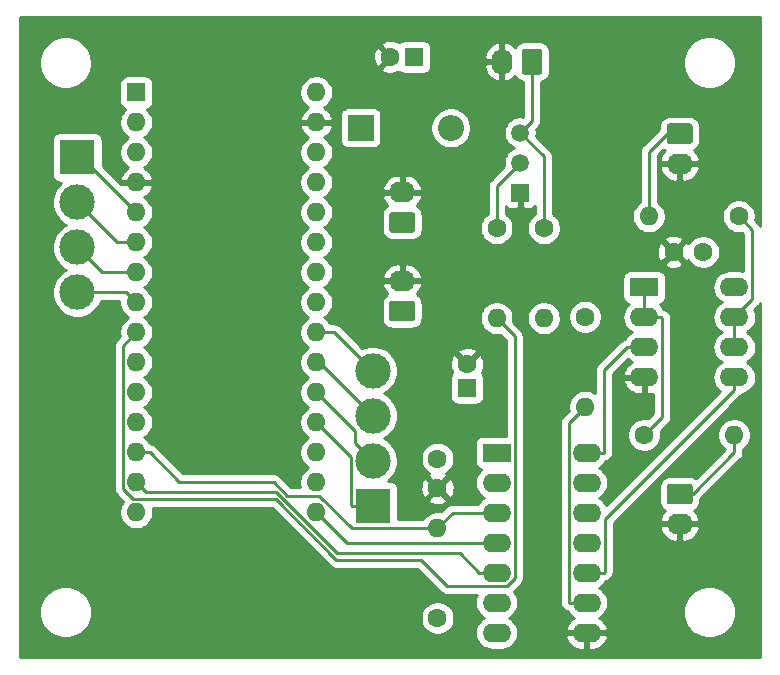
<source format=gbr>
G04 #@! TF.GenerationSoftware,KiCad,Pcbnew,5.1.5-52549c5~84~ubuntu18.04.1*
G04 #@! TF.CreationDate,2020-04-09T18:32:52-04:00*
G04 #@! TF.ProjectId,dacarduino,64616361-7264-4756-996e-6f2e6b696361,rev?*
G04 #@! TF.SameCoordinates,Original*
G04 #@! TF.FileFunction,Copper,L1,Top*
G04 #@! TF.FilePolarity,Positive*
%FSLAX46Y46*%
G04 Gerber Fmt 4.6, Leading zero omitted, Abs format (unit mm)*
G04 Created by KiCad (PCBNEW 5.1.5-52549c5~84~ubuntu18.04.1) date 2020-04-09 18:32:52*
%MOMM*%
%LPD*%
G04 APERTURE LIST*
%ADD10O,1.600000X1.600000*%
%ADD11R,1.600000X1.600000*%
%ADD12C,1.600000*%
%ADD13C,2.999740*%
%ADD14R,2.999740X2.999740*%
%ADD15O,2.200000X1.740000*%
%ADD16C,0.100000*%
%ADD17O,2.200000X2.200000*%
%ADD18R,2.200000X2.200000*%
%ADD19R,2.400000X1.600000*%
%ADD20O,2.400000X1.600000*%
%ADD21R,1.500000X1.500000*%
%ADD22C,1.500000*%
%ADD23O,1.740000X2.200000*%
%ADD24C,0.250000*%
%ADD25C,0.254000*%
G04 APERTURE END LIST*
D10*
X150740000Y-135560000D03*
X135500000Y-135560000D03*
X150740000Y-100000000D03*
X135500000Y-133020000D03*
X150740000Y-102540000D03*
X135500000Y-130480000D03*
X150740000Y-105080000D03*
X135500000Y-127940000D03*
X150740000Y-107620000D03*
X135500000Y-125400000D03*
X150740000Y-110160000D03*
X135500000Y-122860000D03*
X150740000Y-112700000D03*
X135500000Y-120320000D03*
X150740000Y-115240000D03*
X135500000Y-117780000D03*
X150740000Y-117780000D03*
X135500000Y-115240000D03*
X150740000Y-120320000D03*
X135500000Y-112700000D03*
X150740000Y-122860000D03*
X135500000Y-110160000D03*
X150740000Y-125400000D03*
X135500000Y-107620000D03*
X150740000Y-127940000D03*
X135500000Y-105080000D03*
X150740000Y-130480000D03*
X135500000Y-102540000D03*
X150740000Y-133020000D03*
D11*
X135500000Y-100000000D03*
D10*
X161000000Y-136880000D03*
D12*
X161000000Y-144500000D03*
X163500000Y-123000000D03*
D11*
X163500000Y-125000000D03*
D13*
X130500000Y-116930000D03*
X130500000Y-113120000D03*
X130500000Y-109310000D03*
D14*
X130500000Y-105500000D03*
D13*
X155500000Y-123570000D03*
X155500000Y-127380000D03*
X155500000Y-131190000D03*
D14*
X155500000Y-135000000D03*
D15*
X181500000Y-106040000D03*
G04 #@! TA.AperFunction,ComponentPad*
D16*
G36*
X182374505Y-102631204D02*
G01*
X182398773Y-102634804D01*
X182422572Y-102640765D01*
X182445671Y-102649030D01*
X182467850Y-102659520D01*
X182488893Y-102672132D01*
X182508599Y-102686747D01*
X182526777Y-102703223D01*
X182543253Y-102721401D01*
X182557868Y-102741107D01*
X182570480Y-102762150D01*
X182580970Y-102784329D01*
X182589235Y-102807428D01*
X182595196Y-102831227D01*
X182598796Y-102855495D01*
X182600000Y-102879999D01*
X182600000Y-104120001D01*
X182598796Y-104144505D01*
X182595196Y-104168773D01*
X182589235Y-104192572D01*
X182580970Y-104215671D01*
X182570480Y-104237850D01*
X182557868Y-104258893D01*
X182543253Y-104278599D01*
X182526777Y-104296777D01*
X182508599Y-104313253D01*
X182488893Y-104327868D01*
X182467850Y-104340480D01*
X182445671Y-104350970D01*
X182422572Y-104359235D01*
X182398773Y-104365196D01*
X182374505Y-104368796D01*
X182350001Y-104370000D01*
X180649999Y-104370000D01*
X180625495Y-104368796D01*
X180601227Y-104365196D01*
X180577428Y-104359235D01*
X180554329Y-104350970D01*
X180532150Y-104340480D01*
X180511107Y-104327868D01*
X180491401Y-104313253D01*
X180473223Y-104296777D01*
X180456747Y-104278599D01*
X180442132Y-104258893D01*
X180429520Y-104237850D01*
X180419030Y-104215671D01*
X180410765Y-104192572D01*
X180404804Y-104168773D01*
X180401204Y-104144505D01*
X180400000Y-104120001D01*
X180400000Y-102879999D01*
X180401204Y-102855495D01*
X180404804Y-102831227D01*
X180410765Y-102807428D01*
X180419030Y-102784329D01*
X180429520Y-102762150D01*
X180442132Y-102741107D01*
X180456747Y-102721401D01*
X180473223Y-102703223D01*
X180491401Y-102686747D01*
X180511107Y-102672132D01*
X180532150Y-102659520D01*
X180554329Y-102649030D01*
X180577428Y-102640765D01*
X180601227Y-102634804D01*
X180625495Y-102631204D01*
X180649999Y-102630000D01*
X182350001Y-102630000D01*
X182374505Y-102631204D01*
G37*
G04 #@! TD.AperFunction*
D17*
X162120000Y-103000000D03*
D18*
X154500000Y-103000000D03*
D15*
X158000000Y-108460000D03*
G04 #@! TA.AperFunction,ComponentPad*
D16*
G36*
X158874505Y-110131204D02*
G01*
X158898773Y-110134804D01*
X158922572Y-110140765D01*
X158945671Y-110149030D01*
X158967850Y-110159520D01*
X158988893Y-110172132D01*
X159008599Y-110186747D01*
X159026777Y-110203223D01*
X159043253Y-110221401D01*
X159057868Y-110241107D01*
X159070480Y-110262150D01*
X159080970Y-110284329D01*
X159089235Y-110307428D01*
X159095196Y-110331227D01*
X159098796Y-110355495D01*
X159100000Y-110379999D01*
X159100000Y-111620001D01*
X159098796Y-111644505D01*
X159095196Y-111668773D01*
X159089235Y-111692572D01*
X159080970Y-111715671D01*
X159070480Y-111737850D01*
X159057868Y-111758893D01*
X159043253Y-111778599D01*
X159026777Y-111796777D01*
X159008599Y-111813253D01*
X158988893Y-111827868D01*
X158967850Y-111840480D01*
X158945671Y-111850970D01*
X158922572Y-111859235D01*
X158898773Y-111865196D01*
X158874505Y-111868796D01*
X158850001Y-111870000D01*
X157149999Y-111870000D01*
X157125495Y-111868796D01*
X157101227Y-111865196D01*
X157077428Y-111859235D01*
X157054329Y-111850970D01*
X157032150Y-111840480D01*
X157011107Y-111827868D01*
X156991401Y-111813253D01*
X156973223Y-111796777D01*
X156956747Y-111778599D01*
X156942132Y-111758893D01*
X156929520Y-111737850D01*
X156919030Y-111715671D01*
X156910765Y-111692572D01*
X156904804Y-111668773D01*
X156901204Y-111644505D01*
X156900000Y-111620001D01*
X156900000Y-110379999D01*
X156901204Y-110355495D01*
X156904804Y-110331227D01*
X156910765Y-110307428D01*
X156919030Y-110284329D01*
X156929520Y-110262150D01*
X156942132Y-110241107D01*
X156956747Y-110221401D01*
X156973223Y-110203223D01*
X156991401Y-110186747D01*
X157011107Y-110172132D01*
X157032150Y-110159520D01*
X157054329Y-110149030D01*
X157077428Y-110140765D01*
X157101227Y-110134804D01*
X157125495Y-110131204D01*
X157149999Y-110130000D01*
X158850001Y-110130000D01*
X158874505Y-110131204D01*
G37*
G04 #@! TD.AperFunction*
D10*
X173500000Y-126620000D03*
D12*
X173500000Y-119000000D03*
D19*
X178500000Y-116500000D03*
D20*
X186120000Y-124120000D03*
X178500000Y-119040000D03*
X186120000Y-121580000D03*
X178500000Y-121580000D03*
X186120000Y-119040000D03*
X178500000Y-124120000D03*
X186120000Y-116500000D03*
X173620000Y-130500000D03*
X166000000Y-145740000D03*
X173620000Y-133040000D03*
X166000000Y-143200000D03*
X173620000Y-135580000D03*
X166000000Y-140660000D03*
X173620000Y-138120000D03*
X166000000Y-138120000D03*
X173620000Y-140660000D03*
X166000000Y-135580000D03*
X173620000Y-143200000D03*
X166000000Y-133040000D03*
X173620000Y-145740000D03*
D19*
X166000000Y-130500000D03*
D10*
X170000000Y-119120000D03*
D12*
X170000000Y-111500000D03*
D10*
X166000000Y-119120000D03*
D12*
X166000000Y-111500000D03*
X186500000Y-110500000D03*
D10*
X178880000Y-110500000D03*
X186120000Y-129000000D03*
D12*
X178500000Y-129000000D03*
D21*
X168000000Y-108500000D03*
D22*
X168000000Y-103420000D03*
X168000000Y-105960000D03*
D15*
X158000000Y-115960000D03*
G04 #@! TA.AperFunction,ComponentPad*
D16*
G36*
X158874505Y-117631204D02*
G01*
X158898773Y-117634804D01*
X158922572Y-117640765D01*
X158945671Y-117649030D01*
X158967850Y-117659520D01*
X158988893Y-117672132D01*
X159008599Y-117686747D01*
X159026777Y-117703223D01*
X159043253Y-117721401D01*
X159057868Y-117741107D01*
X159070480Y-117762150D01*
X159080970Y-117784329D01*
X159089235Y-117807428D01*
X159095196Y-117831227D01*
X159098796Y-117855495D01*
X159100000Y-117879999D01*
X159100000Y-119120001D01*
X159098796Y-119144505D01*
X159095196Y-119168773D01*
X159089235Y-119192572D01*
X159080970Y-119215671D01*
X159070480Y-119237850D01*
X159057868Y-119258893D01*
X159043253Y-119278599D01*
X159026777Y-119296777D01*
X159008599Y-119313253D01*
X158988893Y-119327868D01*
X158967850Y-119340480D01*
X158945671Y-119350970D01*
X158922572Y-119359235D01*
X158898773Y-119365196D01*
X158874505Y-119368796D01*
X158850001Y-119370000D01*
X157149999Y-119370000D01*
X157125495Y-119368796D01*
X157101227Y-119365196D01*
X157077428Y-119359235D01*
X157054329Y-119350970D01*
X157032150Y-119340480D01*
X157011107Y-119327868D01*
X156991401Y-119313253D01*
X156973223Y-119296777D01*
X156956747Y-119278599D01*
X156942132Y-119258893D01*
X156929520Y-119237850D01*
X156919030Y-119215671D01*
X156910765Y-119192572D01*
X156904804Y-119168773D01*
X156901204Y-119144505D01*
X156900000Y-119120001D01*
X156900000Y-117879999D01*
X156901204Y-117855495D01*
X156904804Y-117831227D01*
X156910765Y-117807428D01*
X156919030Y-117784329D01*
X156929520Y-117762150D01*
X156942132Y-117741107D01*
X156956747Y-117721401D01*
X156973223Y-117703223D01*
X156991401Y-117686747D01*
X157011107Y-117672132D01*
X157032150Y-117659520D01*
X157054329Y-117649030D01*
X157077428Y-117640765D01*
X157101227Y-117634804D01*
X157125495Y-117631204D01*
X157149999Y-117630000D01*
X158850001Y-117630000D01*
X158874505Y-117631204D01*
G37*
G04 #@! TD.AperFunction*
D23*
X166460000Y-97400000D03*
G04 #@! TA.AperFunction,ComponentPad*
D16*
G36*
X169644505Y-96301204D02*
G01*
X169668773Y-96304804D01*
X169692572Y-96310765D01*
X169715671Y-96319030D01*
X169737850Y-96329520D01*
X169758893Y-96342132D01*
X169778599Y-96356747D01*
X169796777Y-96373223D01*
X169813253Y-96391401D01*
X169827868Y-96411107D01*
X169840480Y-96432150D01*
X169850970Y-96454329D01*
X169859235Y-96477428D01*
X169865196Y-96501227D01*
X169868796Y-96525495D01*
X169870000Y-96549999D01*
X169870000Y-98250001D01*
X169868796Y-98274505D01*
X169865196Y-98298773D01*
X169859235Y-98322572D01*
X169850970Y-98345671D01*
X169840480Y-98367850D01*
X169827868Y-98388893D01*
X169813253Y-98408599D01*
X169796777Y-98426777D01*
X169778599Y-98443253D01*
X169758893Y-98457868D01*
X169737850Y-98470480D01*
X169715671Y-98480970D01*
X169692572Y-98489235D01*
X169668773Y-98495196D01*
X169644505Y-98498796D01*
X169620001Y-98500000D01*
X168379999Y-98500000D01*
X168355495Y-98498796D01*
X168331227Y-98495196D01*
X168307428Y-98489235D01*
X168284329Y-98480970D01*
X168262150Y-98470480D01*
X168241107Y-98457868D01*
X168221401Y-98443253D01*
X168203223Y-98426777D01*
X168186747Y-98408599D01*
X168172132Y-98388893D01*
X168159520Y-98367850D01*
X168149030Y-98345671D01*
X168140765Y-98322572D01*
X168134804Y-98298773D01*
X168131204Y-98274505D01*
X168130000Y-98250001D01*
X168130000Y-96549999D01*
X168131204Y-96525495D01*
X168134804Y-96501227D01*
X168140765Y-96477428D01*
X168149030Y-96454329D01*
X168159520Y-96432150D01*
X168172132Y-96411107D01*
X168186747Y-96391401D01*
X168203223Y-96373223D01*
X168221401Y-96356747D01*
X168241107Y-96342132D01*
X168262150Y-96329520D01*
X168284329Y-96319030D01*
X168307428Y-96310765D01*
X168331227Y-96304804D01*
X168355495Y-96301204D01*
X168379999Y-96300000D01*
X169620001Y-96300000D01*
X169644505Y-96301204D01*
G37*
G04 #@! TD.AperFunction*
G04 #@! TA.AperFunction,ComponentPad*
G36*
X182374505Y-133131204D02*
G01*
X182398773Y-133134804D01*
X182422572Y-133140765D01*
X182445671Y-133149030D01*
X182467850Y-133159520D01*
X182488893Y-133172132D01*
X182508599Y-133186747D01*
X182526777Y-133203223D01*
X182543253Y-133221401D01*
X182557868Y-133241107D01*
X182570480Y-133262150D01*
X182580970Y-133284329D01*
X182589235Y-133307428D01*
X182595196Y-133331227D01*
X182598796Y-133355495D01*
X182600000Y-133379999D01*
X182600000Y-134620001D01*
X182598796Y-134644505D01*
X182595196Y-134668773D01*
X182589235Y-134692572D01*
X182580970Y-134715671D01*
X182570480Y-134737850D01*
X182557868Y-134758893D01*
X182543253Y-134778599D01*
X182526777Y-134796777D01*
X182508599Y-134813253D01*
X182488893Y-134827868D01*
X182467850Y-134840480D01*
X182445671Y-134850970D01*
X182422572Y-134859235D01*
X182398773Y-134865196D01*
X182374505Y-134868796D01*
X182350001Y-134870000D01*
X180649999Y-134870000D01*
X180625495Y-134868796D01*
X180601227Y-134865196D01*
X180577428Y-134859235D01*
X180554329Y-134850970D01*
X180532150Y-134840480D01*
X180511107Y-134827868D01*
X180491401Y-134813253D01*
X180473223Y-134796777D01*
X180456747Y-134778599D01*
X180442132Y-134758893D01*
X180429520Y-134737850D01*
X180419030Y-134715671D01*
X180410765Y-134692572D01*
X180404804Y-134668773D01*
X180401204Y-134644505D01*
X180400000Y-134620001D01*
X180400000Y-133379999D01*
X180401204Y-133355495D01*
X180404804Y-133331227D01*
X180410765Y-133307428D01*
X180419030Y-133284329D01*
X180429520Y-133262150D01*
X180442132Y-133241107D01*
X180456747Y-133221401D01*
X180473223Y-133203223D01*
X180491401Y-133186747D01*
X180511107Y-133172132D01*
X180532150Y-133159520D01*
X180554329Y-133149030D01*
X180577428Y-133140765D01*
X180601227Y-133134804D01*
X180625495Y-133131204D01*
X180649999Y-133130000D01*
X182350001Y-133130000D01*
X182374505Y-133131204D01*
G37*
G04 #@! TD.AperFunction*
D15*
X181500000Y-136540000D03*
D12*
X157000000Y-97000000D03*
D11*
X159000000Y-97000000D03*
D12*
X183500000Y-113500000D03*
X181000000Y-113500000D03*
X161000000Y-133500000D03*
X161000000Y-131000000D03*
D24*
X153300000Y-138120000D02*
X166000000Y-138120000D01*
X150740000Y-135560000D02*
X153300000Y-138120000D01*
X152500000Y-139000000D02*
X162890000Y-139000000D01*
X135500000Y-133020000D02*
X136299999Y-133819999D01*
X164550000Y-140660000D02*
X166000000Y-140660000D01*
X147319999Y-133819999D02*
X152500000Y-139000000D01*
X136299999Y-133819999D02*
X147319999Y-133819999D01*
X162890000Y-139000000D02*
X164550000Y-140660000D01*
X162300000Y-135580000D02*
X161000000Y-136880000D01*
X166000000Y-135580000D02*
X162300000Y-135580000D01*
X147136410Y-133000000D02*
X139151370Y-133000000D01*
X148281411Y-134145001D02*
X147136410Y-133000000D01*
X136631370Y-130480000D02*
X135500000Y-130480000D01*
X150990003Y-134145001D02*
X148281411Y-134145001D01*
X153725002Y-136880000D02*
X150990003Y-134145001D01*
X161000000Y-136880000D02*
X153725002Y-136880000D01*
X139151370Y-133000000D02*
X136631370Y-130480000D01*
X134374999Y-121445001D02*
X135500000Y-120320000D01*
X147298589Y-134434999D02*
X135249997Y-134434999D01*
X152431795Y-139568205D02*
X147298589Y-134434999D01*
X166000000Y-119120000D02*
X167525010Y-120645010D01*
X167525010Y-120645010D02*
X167525010Y-141125994D01*
X161785010Y-141785010D02*
X159568205Y-139568205D01*
X134374999Y-133560001D02*
X134374999Y-121445001D01*
X167525010Y-141125994D02*
X166865994Y-141785010D01*
X166865994Y-141785010D02*
X161785010Y-141785010D01*
X135249997Y-134434999D02*
X134374999Y-133560001D01*
X159568205Y-139568205D02*
X152431795Y-139568205D01*
X134650000Y-116930000D02*
X135500000Y-117780000D01*
X130500000Y-116930000D02*
X134650000Y-116930000D01*
X132620000Y-115240000D02*
X135500000Y-115240000D01*
X130500000Y-113120000D02*
X132620000Y-115240000D01*
X152250000Y-120320000D02*
X150740000Y-120320000D01*
X155500000Y-123570000D02*
X152250000Y-120320000D01*
X133890000Y-112700000D02*
X135500000Y-112700000D01*
X130500000Y-109310000D02*
X133890000Y-112700000D01*
X150980000Y-122860000D02*
X150740000Y-122860000D01*
X155500000Y-127380000D02*
X150980000Y-122860000D01*
X151539999Y-126199999D02*
X150740000Y-125400000D01*
X154000131Y-128660131D02*
X151539999Y-126199999D01*
X154000131Y-129690131D02*
X154000131Y-128660131D01*
X155500000Y-131190000D02*
X154000131Y-129690131D01*
X153675129Y-134924999D02*
X153675129Y-130875129D01*
X151539999Y-128739999D02*
X150740000Y-127940000D01*
X153675129Y-130875129D02*
X151539999Y-128739999D01*
X153750130Y-135000000D02*
X153675129Y-134924999D01*
X155500000Y-135000000D02*
X153750130Y-135000000D01*
X178500000Y-121580000D02*
X178500000Y-122128996D01*
X175070000Y-130500000D02*
X173620000Y-130500000D01*
X175125001Y-123504999D02*
X175125001Y-130444999D01*
X175125001Y-130444999D02*
X175070000Y-130500000D01*
X177050000Y-121580000D02*
X175125001Y-123504999D01*
X178500000Y-121580000D02*
X177050000Y-121580000D01*
X175070000Y-140660000D02*
X173620000Y-140660000D01*
X175145010Y-140584990D02*
X175070000Y-140660000D01*
X186120000Y-125170000D02*
X175145010Y-136144990D01*
X175145010Y-136144990D02*
X175145010Y-140584990D01*
X186120000Y-124120000D02*
X186120000Y-125170000D01*
X130840000Y-105500000D02*
X135500000Y-110160000D01*
X130500000Y-105500000D02*
X130840000Y-105500000D01*
X186120000Y-130480000D02*
X186120000Y-129000000D01*
X182600000Y-134000000D02*
X186120000Y-130480000D01*
X181500000Y-134000000D02*
X182600000Y-134000000D01*
X178880000Y-105020000D02*
X178880000Y-110500000D01*
X180400000Y-103500000D02*
X178880000Y-105020000D01*
X181500000Y-103500000D02*
X180400000Y-103500000D01*
X169000000Y-102420000D02*
X168000000Y-103420000D01*
X169000000Y-97400000D02*
X169000000Y-102420000D01*
X170000000Y-105420000D02*
X170000000Y-111500000D01*
X168000000Y-103420000D02*
X170000000Y-105420000D01*
X166000000Y-107960000D02*
X166000000Y-111500000D01*
X168000000Y-105960000D02*
X166000000Y-107960000D01*
X172170000Y-143200000D02*
X173620000Y-143200000D01*
X172094990Y-128025010D02*
X172094990Y-143124990D01*
X172094990Y-143124990D02*
X172170000Y-143200000D01*
X173500000Y-126620000D02*
X172094990Y-128025010D01*
X178500000Y-116500000D02*
X178500000Y-119040000D01*
X179950000Y-119040000D02*
X178500000Y-119040000D01*
X180025010Y-119115010D02*
X179950000Y-119040000D01*
X180025010Y-127474990D02*
X180025010Y-119115010D01*
X178500000Y-129000000D02*
X180025010Y-127474990D01*
X186120000Y-122040000D02*
X186520000Y-122040000D01*
X187645010Y-117514990D02*
X186120000Y-119040000D01*
X186500000Y-110500000D02*
X187645010Y-111645010D01*
X187645010Y-111645010D02*
X187645010Y-117514990D01*
X186120000Y-119040000D02*
X186120000Y-121580000D01*
D25*
G36*
X188340000Y-111333015D02*
G01*
X188279984Y-111220734D01*
X188185011Y-111105009D01*
X188156014Y-111081212D01*
X187898688Y-110823886D01*
X187935000Y-110641335D01*
X187935000Y-110358665D01*
X187879853Y-110081426D01*
X187771680Y-109820273D01*
X187614637Y-109585241D01*
X187414759Y-109385363D01*
X187179727Y-109228320D01*
X186918574Y-109120147D01*
X186641335Y-109065000D01*
X186358665Y-109065000D01*
X186081426Y-109120147D01*
X185820273Y-109228320D01*
X185585241Y-109385363D01*
X185385363Y-109585241D01*
X185228320Y-109820273D01*
X185120147Y-110081426D01*
X185065000Y-110358665D01*
X185065000Y-110641335D01*
X185120147Y-110918574D01*
X185228320Y-111179727D01*
X185385363Y-111414759D01*
X185585241Y-111614637D01*
X185820273Y-111771680D01*
X186081426Y-111879853D01*
X186358665Y-111935000D01*
X186641335Y-111935000D01*
X186823886Y-111898688D01*
X186885010Y-111959812D01*
X186885011Y-115111154D01*
X186801309Y-115085764D01*
X186590492Y-115065000D01*
X185649508Y-115065000D01*
X185438691Y-115085764D01*
X185168192Y-115167818D01*
X184918899Y-115301068D01*
X184700392Y-115480392D01*
X184521068Y-115698899D01*
X184387818Y-115948192D01*
X184305764Y-116218691D01*
X184278057Y-116500000D01*
X184305764Y-116781309D01*
X184387818Y-117051808D01*
X184521068Y-117301101D01*
X184700392Y-117519608D01*
X184918899Y-117698932D01*
X185051858Y-117770000D01*
X184918899Y-117841068D01*
X184700392Y-118020392D01*
X184521068Y-118238899D01*
X184387818Y-118488192D01*
X184305764Y-118758691D01*
X184278057Y-119040000D01*
X184305764Y-119321309D01*
X184387818Y-119591808D01*
X184521068Y-119841101D01*
X184700392Y-120059608D01*
X184918899Y-120238932D01*
X185051858Y-120310000D01*
X184918899Y-120381068D01*
X184700392Y-120560392D01*
X184521068Y-120778899D01*
X184387818Y-121028192D01*
X184305764Y-121298691D01*
X184278057Y-121580000D01*
X184305764Y-121861309D01*
X184387818Y-122131808D01*
X184521068Y-122381101D01*
X184700392Y-122599608D01*
X184918899Y-122778932D01*
X185051858Y-122850000D01*
X184918899Y-122921068D01*
X184700392Y-123100392D01*
X184521068Y-123318899D01*
X184387818Y-123568192D01*
X184305764Y-123838691D01*
X184278057Y-124120000D01*
X184305764Y-124401309D01*
X184387818Y-124671808D01*
X184521068Y-124921101D01*
X184700392Y-125139608D01*
X184906468Y-125308730D01*
X175296597Y-134918602D01*
X175283715Y-134888354D01*
X175124500Y-134655105D01*
X174922839Y-134457399D01*
X174693259Y-134307265D01*
X174821101Y-134238932D01*
X175039608Y-134059608D01*
X175218932Y-133841101D01*
X175352182Y-133591808D01*
X175434236Y-133321309D01*
X175461943Y-133040000D01*
X175434236Y-132758691D01*
X175352182Y-132488192D01*
X175218932Y-132238899D01*
X175039608Y-132020392D01*
X174821101Y-131841068D01*
X174688142Y-131770000D01*
X174821101Y-131698932D01*
X175039608Y-131519608D01*
X175218932Y-131301101D01*
X175252157Y-131238941D01*
X175362247Y-131205546D01*
X175494276Y-131134974D01*
X175610001Y-131040001D01*
X175633804Y-131010997D01*
X175635998Y-131008803D01*
X175665002Y-130985000D01*
X175759975Y-130869275D01*
X175830547Y-130737246D01*
X175874004Y-130593985D01*
X175885001Y-130482332D01*
X175885001Y-130482322D01*
X175888677Y-130445000D01*
X175885001Y-130407677D01*
X175885001Y-124469039D01*
X176708096Y-124469039D01*
X176725633Y-124551818D01*
X176836285Y-124811646D01*
X176995500Y-125044895D01*
X177197161Y-125242601D01*
X177433517Y-125397166D01*
X177695486Y-125502650D01*
X177973000Y-125555000D01*
X178373000Y-125555000D01*
X178373000Y-124247000D01*
X176830085Y-124247000D01*
X176708096Y-124469039D01*
X175885001Y-124469039D01*
X175885001Y-123819800D01*
X177094014Y-122610787D01*
X177298899Y-122778932D01*
X177426741Y-122847265D01*
X177197161Y-122997399D01*
X176995500Y-123195105D01*
X176836285Y-123428354D01*
X176725633Y-123688182D01*
X176708096Y-123770961D01*
X176830085Y-123993000D01*
X178373000Y-123993000D01*
X178373000Y-123973000D01*
X178627000Y-123973000D01*
X178627000Y-123993000D01*
X178647000Y-123993000D01*
X178647000Y-124247000D01*
X178627000Y-124247000D01*
X178627000Y-125555000D01*
X179027000Y-125555000D01*
X179265010Y-125510102D01*
X179265010Y-127160188D01*
X178823886Y-127601312D01*
X178641335Y-127565000D01*
X178358665Y-127565000D01*
X178081426Y-127620147D01*
X177820273Y-127728320D01*
X177585241Y-127885363D01*
X177385363Y-128085241D01*
X177228320Y-128320273D01*
X177120147Y-128581426D01*
X177065000Y-128858665D01*
X177065000Y-129141335D01*
X177120147Y-129418574D01*
X177228320Y-129679727D01*
X177385363Y-129914759D01*
X177585241Y-130114637D01*
X177820273Y-130271680D01*
X178081426Y-130379853D01*
X178358665Y-130435000D01*
X178641335Y-130435000D01*
X178918574Y-130379853D01*
X179179727Y-130271680D01*
X179414759Y-130114637D01*
X179614637Y-129914759D01*
X179771680Y-129679727D01*
X179879853Y-129418574D01*
X179935000Y-129141335D01*
X179935000Y-128858665D01*
X179898688Y-128676114D01*
X180536014Y-128038788D01*
X180565011Y-128014991D01*
X180659984Y-127899266D01*
X180730556Y-127767237D01*
X180774013Y-127623976D01*
X180785010Y-127512323D01*
X180785010Y-127512313D01*
X180788686Y-127474990D01*
X180785010Y-127437667D01*
X180785010Y-119152332D01*
X180788686Y-119115009D01*
X180785010Y-119077687D01*
X180785010Y-119077677D01*
X180774013Y-118966024D01*
X180730556Y-118822763D01*
X180659984Y-118690734D01*
X180565011Y-118575009D01*
X180536007Y-118551206D01*
X180513804Y-118529003D01*
X180490001Y-118499999D01*
X180374276Y-118405026D01*
X180242247Y-118334454D01*
X180132157Y-118301059D01*
X180098932Y-118238899D01*
X179919608Y-118020392D01*
X179806518Y-117927581D01*
X179824482Y-117925812D01*
X179944180Y-117889502D01*
X180054494Y-117830537D01*
X180151185Y-117751185D01*
X180230537Y-117654494D01*
X180289502Y-117544180D01*
X180325812Y-117424482D01*
X180338072Y-117300000D01*
X180338072Y-115700000D01*
X180325812Y-115575518D01*
X180289502Y-115455820D01*
X180230537Y-115345506D01*
X180151185Y-115248815D01*
X180054494Y-115169463D01*
X179944180Y-115110498D01*
X179824482Y-115074188D01*
X179700000Y-115061928D01*
X177300000Y-115061928D01*
X177175518Y-115074188D01*
X177055820Y-115110498D01*
X176945506Y-115169463D01*
X176848815Y-115248815D01*
X176769463Y-115345506D01*
X176710498Y-115455820D01*
X176674188Y-115575518D01*
X176661928Y-115700000D01*
X176661928Y-117300000D01*
X176674188Y-117424482D01*
X176710498Y-117544180D01*
X176769463Y-117654494D01*
X176848815Y-117751185D01*
X176945506Y-117830537D01*
X177055820Y-117889502D01*
X177175518Y-117925812D01*
X177193482Y-117927581D01*
X177080392Y-118020392D01*
X176901068Y-118238899D01*
X176767818Y-118488192D01*
X176685764Y-118758691D01*
X176658057Y-119040000D01*
X176685764Y-119321309D01*
X176767818Y-119591808D01*
X176901068Y-119841101D01*
X177080392Y-120059608D01*
X177298899Y-120238932D01*
X177431858Y-120310000D01*
X177298899Y-120381068D01*
X177080392Y-120560392D01*
X176901068Y-120778899D01*
X176867843Y-120841059D01*
X176757753Y-120874454D01*
X176625724Y-120945026D01*
X176509999Y-121039999D01*
X176486201Y-121068997D01*
X174614004Y-122941195D01*
X174585000Y-122964998D01*
X174543965Y-123015000D01*
X174490027Y-123080723D01*
X174437173Y-123179605D01*
X174419455Y-123212753D01*
X174375998Y-123356014D01*
X174365001Y-123467667D01*
X174365001Y-123467677D01*
X174361325Y-123504999D01*
X174365001Y-123542322D01*
X174365001Y-125472116D01*
X174179727Y-125348320D01*
X173918574Y-125240147D01*
X173641335Y-125185000D01*
X173358665Y-125185000D01*
X173081426Y-125240147D01*
X172820273Y-125348320D01*
X172585241Y-125505363D01*
X172385363Y-125705241D01*
X172228320Y-125940273D01*
X172120147Y-126201426D01*
X172065000Y-126478665D01*
X172065000Y-126761335D01*
X172101312Y-126943886D01*
X171583993Y-127461206D01*
X171554989Y-127485009D01*
X171514161Y-127534759D01*
X171460016Y-127600734D01*
X171447593Y-127623976D01*
X171389444Y-127732764D01*
X171345987Y-127876025D01*
X171334990Y-127987678D01*
X171334990Y-127987688D01*
X171331314Y-128025010D01*
X171334990Y-128062332D01*
X171334991Y-143087657D01*
X171331314Y-143124990D01*
X171345988Y-143273975D01*
X171389444Y-143417236D01*
X171460016Y-143549266D01*
X171521575Y-143624275D01*
X171554990Y-143664991D01*
X171583988Y-143688789D01*
X171606196Y-143710997D01*
X171629999Y-143740001D01*
X171745724Y-143834974D01*
X171877753Y-143905546D01*
X171987843Y-143938941D01*
X172021068Y-144001101D01*
X172200392Y-144219608D01*
X172418899Y-144398932D01*
X172546741Y-144467265D01*
X172317161Y-144617399D01*
X172115500Y-144815105D01*
X171956285Y-145048354D01*
X171845633Y-145308182D01*
X171828096Y-145390961D01*
X171950085Y-145613000D01*
X173493000Y-145613000D01*
X173493000Y-145593000D01*
X173747000Y-145593000D01*
X173747000Y-145613000D01*
X175289915Y-145613000D01*
X175411904Y-145390961D01*
X175394367Y-145308182D01*
X175283715Y-145048354D01*
X175124500Y-144815105D01*
X174922839Y-144617399D01*
X174693259Y-144467265D01*
X174821101Y-144398932D01*
X175039608Y-144219608D01*
X175218932Y-144001101D01*
X175337181Y-143779872D01*
X181765000Y-143779872D01*
X181765000Y-144220128D01*
X181850890Y-144651925D01*
X182019369Y-145058669D01*
X182263962Y-145424729D01*
X182575271Y-145736038D01*
X182941331Y-145980631D01*
X183348075Y-146149110D01*
X183779872Y-146235000D01*
X184220128Y-146235000D01*
X184651925Y-146149110D01*
X185058669Y-145980631D01*
X185424729Y-145736038D01*
X185736038Y-145424729D01*
X185980631Y-145058669D01*
X186149110Y-144651925D01*
X186235000Y-144220128D01*
X186235000Y-143779872D01*
X186149110Y-143348075D01*
X185980631Y-142941331D01*
X185736038Y-142575271D01*
X185424729Y-142263962D01*
X185058669Y-142019369D01*
X184651925Y-141850890D01*
X184220128Y-141765000D01*
X183779872Y-141765000D01*
X183348075Y-141850890D01*
X182941331Y-142019369D01*
X182575271Y-142263962D01*
X182263962Y-142575271D01*
X182019369Y-142941331D01*
X181850890Y-143348075D01*
X181765000Y-143779872D01*
X175337181Y-143779872D01*
X175352182Y-143751808D01*
X175434236Y-143481309D01*
X175461943Y-143200000D01*
X175434236Y-142918691D01*
X175352182Y-142648192D01*
X175218932Y-142398899D01*
X175039608Y-142180392D01*
X174821101Y-142001068D01*
X174688142Y-141930000D01*
X174821101Y-141858932D01*
X175039608Y-141679608D01*
X175218932Y-141461101D01*
X175252157Y-141398941D01*
X175362247Y-141365546D01*
X175494276Y-141294974D01*
X175610001Y-141200001D01*
X175633804Y-141170997D01*
X175656007Y-141148794D01*
X175685011Y-141124991D01*
X175779984Y-141009266D01*
X175850556Y-140877237D01*
X175894013Y-140733976D01*
X175905010Y-140622323D01*
X175905010Y-140622313D01*
X175908686Y-140584991D01*
X175905010Y-140547668D01*
X175905010Y-136900031D01*
X179808698Y-136900031D01*
X179826412Y-136992502D01*
X179942429Y-137265437D01*
X180109464Y-137510494D01*
X180321097Y-137718256D01*
X180569196Y-137880738D01*
X180844227Y-137991696D01*
X181135620Y-138046866D01*
X181373000Y-137890586D01*
X181373000Y-136667000D01*
X181627000Y-136667000D01*
X181627000Y-137890586D01*
X181864380Y-138046866D01*
X182155773Y-137991696D01*
X182430804Y-137880738D01*
X182678903Y-137718256D01*
X182890536Y-137510494D01*
X183057571Y-137265437D01*
X183173588Y-136992502D01*
X183191302Y-136900031D01*
X183070246Y-136667000D01*
X181627000Y-136667000D01*
X181373000Y-136667000D01*
X179929754Y-136667000D01*
X179808698Y-136900031D01*
X175905010Y-136900031D01*
X175905010Y-136459791D01*
X178984802Y-133379999D01*
X179761928Y-133379999D01*
X179761928Y-134620001D01*
X179778992Y-134793255D01*
X179829528Y-134959851D01*
X179911595Y-135113387D01*
X180022038Y-135247962D01*
X180156613Y-135358405D01*
X180265314Y-135416507D01*
X180109464Y-135569506D01*
X179942429Y-135814563D01*
X179826412Y-136087498D01*
X179808698Y-136179969D01*
X179929754Y-136413000D01*
X181373000Y-136413000D01*
X181373000Y-136393000D01*
X181627000Y-136393000D01*
X181627000Y-136413000D01*
X183070246Y-136413000D01*
X183191302Y-136179969D01*
X183173588Y-136087498D01*
X183057571Y-135814563D01*
X182890536Y-135569506D01*
X182734686Y-135416507D01*
X182843387Y-135358405D01*
X182977962Y-135247962D01*
X183088405Y-135113387D01*
X183170472Y-134959851D01*
X183221008Y-134793255D01*
X183238072Y-134620001D01*
X183238072Y-134436729D01*
X186631004Y-131043798D01*
X186660001Y-131020001D01*
X186754974Y-130904276D01*
X186825546Y-130772247D01*
X186869003Y-130628986D01*
X186880000Y-130517333D01*
X186880000Y-130517325D01*
X186883676Y-130480000D01*
X186880000Y-130442675D01*
X186880000Y-130218043D01*
X187034759Y-130114637D01*
X187234637Y-129914759D01*
X187391680Y-129679727D01*
X187499853Y-129418574D01*
X187555000Y-129141335D01*
X187555000Y-128858665D01*
X187499853Y-128581426D01*
X187391680Y-128320273D01*
X187234637Y-128085241D01*
X187034759Y-127885363D01*
X186799727Y-127728320D01*
X186538574Y-127620147D01*
X186261335Y-127565000D01*
X185978665Y-127565000D01*
X185701426Y-127620147D01*
X185440273Y-127728320D01*
X185205241Y-127885363D01*
X185005363Y-128085241D01*
X184848320Y-128320273D01*
X184740147Y-128581426D01*
X184685000Y-128858665D01*
X184685000Y-129141335D01*
X184740147Y-129418574D01*
X184848320Y-129679727D01*
X185005363Y-129914759D01*
X185205241Y-130114637D01*
X185328322Y-130196877D01*
X182865476Y-132659723D01*
X182843387Y-132641595D01*
X182689851Y-132559528D01*
X182523255Y-132508992D01*
X182350001Y-132491928D01*
X180649999Y-132491928D01*
X180476745Y-132508992D01*
X180310149Y-132559528D01*
X180156613Y-132641595D01*
X180022038Y-132752038D01*
X179911595Y-132886613D01*
X179829528Y-133040149D01*
X179778992Y-133206745D01*
X179761928Y-133379999D01*
X178984802Y-133379999D01*
X186631003Y-125733799D01*
X186660001Y-125710001D01*
X186754974Y-125594276D01*
X186786275Y-125535717D01*
X186801309Y-125534236D01*
X187071808Y-125452182D01*
X187321101Y-125318932D01*
X187539608Y-125139608D01*
X187718932Y-124921101D01*
X187852182Y-124671808D01*
X187934236Y-124401309D01*
X187961943Y-124120000D01*
X187934236Y-123838691D01*
X187852182Y-123568192D01*
X187718932Y-123318899D01*
X187539608Y-123100392D01*
X187321101Y-122921068D01*
X187188142Y-122850000D01*
X187321101Y-122778932D01*
X187539608Y-122599608D01*
X187718932Y-122381101D01*
X187852182Y-122131808D01*
X187934236Y-121861309D01*
X187961943Y-121580000D01*
X187934236Y-121298691D01*
X187852182Y-121028192D01*
X187718932Y-120778899D01*
X187539608Y-120560392D01*
X187321101Y-120381068D01*
X187188142Y-120310000D01*
X187321101Y-120238932D01*
X187539608Y-120059608D01*
X187718932Y-119841101D01*
X187852182Y-119591808D01*
X187934236Y-119321309D01*
X187961943Y-119040000D01*
X187934236Y-118758691D01*
X187852182Y-118488192D01*
X187815408Y-118419393D01*
X188156013Y-118078789D01*
X188185011Y-118054991D01*
X188279984Y-117939266D01*
X188340000Y-117826985D01*
X188340001Y-147840000D01*
X125660000Y-147840000D01*
X125660000Y-143779872D01*
X127265000Y-143779872D01*
X127265000Y-144220128D01*
X127350890Y-144651925D01*
X127519369Y-145058669D01*
X127763962Y-145424729D01*
X128075271Y-145736038D01*
X128441331Y-145980631D01*
X128848075Y-146149110D01*
X129279872Y-146235000D01*
X129720128Y-146235000D01*
X130151925Y-146149110D01*
X130558669Y-145980631D01*
X130924729Y-145736038D01*
X131236038Y-145424729D01*
X131480631Y-145058669D01*
X131649110Y-144651925D01*
X131707443Y-144358665D01*
X159565000Y-144358665D01*
X159565000Y-144641335D01*
X159620147Y-144918574D01*
X159728320Y-145179727D01*
X159885363Y-145414759D01*
X160085241Y-145614637D01*
X160320273Y-145771680D01*
X160581426Y-145879853D01*
X160858665Y-145935000D01*
X161141335Y-145935000D01*
X161418574Y-145879853D01*
X161679727Y-145771680D01*
X161914759Y-145614637D01*
X162114637Y-145414759D01*
X162271680Y-145179727D01*
X162379853Y-144918574D01*
X162435000Y-144641335D01*
X162435000Y-144358665D01*
X162379853Y-144081426D01*
X162271680Y-143820273D01*
X162114637Y-143585241D01*
X161914759Y-143385363D01*
X161679727Y-143228320D01*
X161418574Y-143120147D01*
X161141335Y-143065000D01*
X160858665Y-143065000D01*
X160581426Y-143120147D01*
X160320273Y-143228320D01*
X160085241Y-143385363D01*
X159885363Y-143585241D01*
X159728320Y-143820273D01*
X159620147Y-144081426D01*
X159565000Y-144358665D01*
X131707443Y-144358665D01*
X131735000Y-144220128D01*
X131735000Y-143779872D01*
X131649110Y-143348075D01*
X131480631Y-142941331D01*
X131236038Y-142575271D01*
X130924729Y-142263962D01*
X130558669Y-142019369D01*
X130151925Y-141850890D01*
X129720128Y-141765000D01*
X129279872Y-141765000D01*
X128848075Y-141850890D01*
X128441331Y-142019369D01*
X128075271Y-142263962D01*
X127763962Y-142575271D01*
X127519369Y-142941331D01*
X127350890Y-143348075D01*
X127265000Y-143779872D01*
X125660000Y-143779872D01*
X125660000Y-104000130D01*
X128362058Y-104000130D01*
X128362058Y-106999870D01*
X128374318Y-107124352D01*
X128410628Y-107244050D01*
X128469593Y-107354364D01*
X128548945Y-107451055D01*
X128645636Y-107530407D01*
X128755950Y-107589372D01*
X128875648Y-107625682D01*
X129000130Y-107637942D01*
X129159747Y-107637942D01*
X129139100Y-107651738D01*
X128841738Y-107949100D01*
X128608103Y-108298760D01*
X128447172Y-108687281D01*
X128365130Y-109099734D01*
X128365130Y-109520266D01*
X128447172Y-109932719D01*
X128608103Y-110321240D01*
X128841738Y-110670900D01*
X129139100Y-110968262D01*
X129488760Y-111201897D01*
X129520393Y-111215000D01*
X129488760Y-111228103D01*
X129139100Y-111461738D01*
X128841738Y-111759100D01*
X128608103Y-112108760D01*
X128447172Y-112497281D01*
X128365130Y-112909734D01*
X128365130Y-113330266D01*
X128447172Y-113742719D01*
X128608103Y-114131240D01*
X128841738Y-114480900D01*
X129139100Y-114778262D01*
X129488760Y-115011897D01*
X129520393Y-115025000D01*
X129488760Y-115038103D01*
X129139100Y-115271738D01*
X128841738Y-115569100D01*
X128608103Y-115918760D01*
X128447172Y-116307281D01*
X128365130Y-116719734D01*
X128365130Y-117140266D01*
X128447172Y-117552719D01*
X128608103Y-117941240D01*
X128841738Y-118290900D01*
X129139100Y-118588262D01*
X129488760Y-118821897D01*
X129877281Y-118982828D01*
X130289734Y-119064870D01*
X130710266Y-119064870D01*
X131122719Y-118982828D01*
X131511240Y-118821897D01*
X131860900Y-118588262D01*
X132158262Y-118290900D01*
X132391897Y-117941240D01*
X132495964Y-117690000D01*
X134065000Y-117690000D01*
X134065000Y-117921335D01*
X134120147Y-118198574D01*
X134228320Y-118459727D01*
X134385363Y-118694759D01*
X134585241Y-118894637D01*
X134817759Y-119050000D01*
X134585241Y-119205363D01*
X134385363Y-119405241D01*
X134228320Y-119640273D01*
X134120147Y-119901426D01*
X134065000Y-120178665D01*
X134065000Y-120461335D01*
X134101312Y-120643887D01*
X133863997Y-120881202D01*
X133834999Y-120905000D01*
X133811201Y-120933998D01*
X133811200Y-120933999D01*
X133740025Y-121020725D01*
X133669453Y-121152755D01*
X133659669Y-121185011D01*
X133625997Y-121296015D01*
X133622211Y-121334454D01*
X133611323Y-121445001D01*
X133615000Y-121482333D01*
X133614999Y-133522679D01*
X133611323Y-133560001D01*
X133614999Y-133597323D01*
X133614999Y-133597333D01*
X133625996Y-133708986D01*
X133641471Y-133760000D01*
X133669453Y-133852247D01*
X133740025Y-133984277D01*
X133752929Y-134000000D01*
X133834998Y-134100002D01*
X133864001Y-134123804D01*
X134385400Y-134645204D01*
X134385363Y-134645241D01*
X134228320Y-134880273D01*
X134120147Y-135141426D01*
X134065000Y-135418665D01*
X134065000Y-135701335D01*
X134120147Y-135978574D01*
X134228320Y-136239727D01*
X134385363Y-136474759D01*
X134585241Y-136674637D01*
X134820273Y-136831680D01*
X135081426Y-136939853D01*
X135358665Y-136995000D01*
X135641335Y-136995000D01*
X135918574Y-136939853D01*
X136179727Y-136831680D01*
X136414759Y-136674637D01*
X136614637Y-136474759D01*
X136771680Y-136239727D01*
X136879853Y-135978574D01*
X136935000Y-135701335D01*
X136935000Y-135418665D01*
X136890509Y-135194999D01*
X146983788Y-135194999D01*
X151867995Y-140079207D01*
X151891794Y-140108206D01*
X151920792Y-140132004D01*
X152007519Y-140203179D01*
X152139548Y-140273751D01*
X152282809Y-140317208D01*
X152431795Y-140331882D01*
X152469128Y-140328205D01*
X159253404Y-140328205D01*
X161221211Y-142296013D01*
X161245009Y-142325011D01*
X161360734Y-142419984D01*
X161492763Y-142490556D01*
X161636024Y-142534013D01*
X161747677Y-142545010D01*
X161747685Y-142545010D01*
X161785010Y-142548686D01*
X161822335Y-142545010D01*
X164322970Y-142545010D01*
X164267818Y-142648192D01*
X164185764Y-142918691D01*
X164158057Y-143200000D01*
X164185764Y-143481309D01*
X164267818Y-143751808D01*
X164401068Y-144001101D01*
X164580392Y-144219608D01*
X164798899Y-144398932D01*
X164931858Y-144470000D01*
X164798899Y-144541068D01*
X164580392Y-144720392D01*
X164401068Y-144938899D01*
X164267818Y-145188192D01*
X164185764Y-145458691D01*
X164158057Y-145740000D01*
X164185764Y-146021309D01*
X164267818Y-146291808D01*
X164401068Y-146541101D01*
X164580392Y-146759608D01*
X164798899Y-146938932D01*
X165048192Y-147072182D01*
X165318691Y-147154236D01*
X165529508Y-147175000D01*
X166470492Y-147175000D01*
X166681309Y-147154236D01*
X166951808Y-147072182D01*
X167201101Y-146938932D01*
X167419608Y-146759608D01*
X167598932Y-146541101D01*
X167732182Y-146291808D01*
X167793690Y-146089039D01*
X171828096Y-146089039D01*
X171845633Y-146171818D01*
X171956285Y-146431646D01*
X172115500Y-146664895D01*
X172317161Y-146862601D01*
X172553517Y-147017166D01*
X172815486Y-147122650D01*
X173093000Y-147175000D01*
X173493000Y-147175000D01*
X173493000Y-145867000D01*
X173747000Y-145867000D01*
X173747000Y-147175000D01*
X174147000Y-147175000D01*
X174424514Y-147122650D01*
X174686483Y-147017166D01*
X174922839Y-146862601D01*
X175124500Y-146664895D01*
X175283715Y-146431646D01*
X175394367Y-146171818D01*
X175411904Y-146089039D01*
X175289915Y-145867000D01*
X173747000Y-145867000D01*
X173493000Y-145867000D01*
X171950085Y-145867000D01*
X171828096Y-146089039D01*
X167793690Y-146089039D01*
X167814236Y-146021309D01*
X167841943Y-145740000D01*
X167814236Y-145458691D01*
X167732182Y-145188192D01*
X167598932Y-144938899D01*
X167419608Y-144720392D01*
X167201101Y-144541068D01*
X167068142Y-144470000D01*
X167201101Y-144398932D01*
X167419608Y-144219608D01*
X167598932Y-144001101D01*
X167732182Y-143751808D01*
X167814236Y-143481309D01*
X167841943Y-143200000D01*
X167814236Y-142918691D01*
X167732182Y-142648192D01*
X167598932Y-142398899D01*
X167476315Y-142249490D01*
X168036012Y-141689794D01*
X168065011Y-141665995D01*
X168159984Y-141550270D01*
X168230556Y-141418241D01*
X168274013Y-141274980D01*
X168285010Y-141163327D01*
X168285010Y-141163318D01*
X168288686Y-141125995D01*
X168285010Y-141088672D01*
X168285010Y-120682333D01*
X168288686Y-120645010D01*
X168285010Y-120607687D01*
X168285010Y-120607677D01*
X168274013Y-120496024D01*
X168230556Y-120352763D01*
X168159984Y-120220734D01*
X168065011Y-120105009D01*
X168036014Y-120081212D01*
X167398688Y-119443886D01*
X167435000Y-119261335D01*
X167435000Y-118978665D01*
X168565000Y-118978665D01*
X168565000Y-119261335D01*
X168620147Y-119538574D01*
X168728320Y-119799727D01*
X168885363Y-120034759D01*
X169085241Y-120234637D01*
X169320273Y-120391680D01*
X169581426Y-120499853D01*
X169858665Y-120555000D01*
X170141335Y-120555000D01*
X170418574Y-120499853D01*
X170679727Y-120391680D01*
X170914759Y-120234637D01*
X171114637Y-120034759D01*
X171271680Y-119799727D01*
X171379853Y-119538574D01*
X171435000Y-119261335D01*
X171435000Y-118978665D01*
X171411131Y-118858665D01*
X172065000Y-118858665D01*
X172065000Y-119141335D01*
X172120147Y-119418574D01*
X172228320Y-119679727D01*
X172385363Y-119914759D01*
X172585241Y-120114637D01*
X172820273Y-120271680D01*
X173081426Y-120379853D01*
X173358665Y-120435000D01*
X173641335Y-120435000D01*
X173918574Y-120379853D01*
X174179727Y-120271680D01*
X174414759Y-120114637D01*
X174614637Y-119914759D01*
X174771680Y-119679727D01*
X174879853Y-119418574D01*
X174935000Y-119141335D01*
X174935000Y-118858665D01*
X174879853Y-118581426D01*
X174771680Y-118320273D01*
X174614637Y-118085241D01*
X174414759Y-117885363D01*
X174179727Y-117728320D01*
X173918574Y-117620147D01*
X173641335Y-117565000D01*
X173358665Y-117565000D01*
X173081426Y-117620147D01*
X172820273Y-117728320D01*
X172585241Y-117885363D01*
X172385363Y-118085241D01*
X172228320Y-118320273D01*
X172120147Y-118581426D01*
X172065000Y-118858665D01*
X171411131Y-118858665D01*
X171379853Y-118701426D01*
X171271680Y-118440273D01*
X171114637Y-118205241D01*
X170914759Y-118005363D01*
X170679727Y-117848320D01*
X170418574Y-117740147D01*
X170141335Y-117685000D01*
X169858665Y-117685000D01*
X169581426Y-117740147D01*
X169320273Y-117848320D01*
X169085241Y-118005363D01*
X168885363Y-118205241D01*
X168728320Y-118440273D01*
X168620147Y-118701426D01*
X168565000Y-118978665D01*
X167435000Y-118978665D01*
X167379853Y-118701426D01*
X167271680Y-118440273D01*
X167114637Y-118205241D01*
X166914759Y-118005363D01*
X166679727Y-117848320D01*
X166418574Y-117740147D01*
X166141335Y-117685000D01*
X165858665Y-117685000D01*
X165581426Y-117740147D01*
X165320273Y-117848320D01*
X165085241Y-118005363D01*
X164885363Y-118205241D01*
X164728320Y-118440273D01*
X164620147Y-118701426D01*
X164565000Y-118978665D01*
X164565000Y-119261335D01*
X164620147Y-119538574D01*
X164728320Y-119799727D01*
X164885363Y-120034759D01*
X165085241Y-120234637D01*
X165320273Y-120391680D01*
X165581426Y-120499853D01*
X165858665Y-120555000D01*
X166141335Y-120555000D01*
X166323886Y-120518688D01*
X166765010Y-120959812D01*
X166765010Y-129061928D01*
X164800000Y-129061928D01*
X164675518Y-129074188D01*
X164555820Y-129110498D01*
X164445506Y-129169463D01*
X164348815Y-129248815D01*
X164269463Y-129345506D01*
X164210498Y-129455820D01*
X164174188Y-129575518D01*
X164161928Y-129700000D01*
X164161928Y-131300000D01*
X164174188Y-131424482D01*
X164210498Y-131544180D01*
X164269463Y-131654494D01*
X164348815Y-131751185D01*
X164445506Y-131830537D01*
X164555820Y-131889502D01*
X164675518Y-131925812D01*
X164693482Y-131927581D01*
X164580392Y-132020392D01*
X164401068Y-132238899D01*
X164267818Y-132488192D01*
X164185764Y-132758691D01*
X164158057Y-133040000D01*
X164185764Y-133321309D01*
X164267818Y-133591808D01*
X164401068Y-133841101D01*
X164580392Y-134059608D01*
X164798899Y-134238932D01*
X164931858Y-134310000D01*
X164798899Y-134381068D01*
X164580392Y-134560392D01*
X164401068Y-134778899D01*
X164379099Y-134820000D01*
X162337325Y-134820000D01*
X162300000Y-134816324D01*
X162262675Y-134820000D01*
X162262667Y-134820000D01*
X162151014Y-134830997D01*
X162007753Y-134874454D01*
X161875724Y-134945026D01*
X161759999Y-135039999D01*
X161736201Y-135068997D01*
X161323886Y-135481312D01*
X161141335Y-135445000D01*
X160858665Y-135445000D01*
X160581426Y-135500147D01*
X160320273Y-135608320D01*
X160085241Y-135765363D01*
X159885363Y-135965241D01*
X159781957Y-136120000D01*
X157637942Y-136120000D01*
X157637942Y-134492702D01*
X160186903Y-134492702D01*
X160258486Y-134736671D01*
X160513996Y-134857571D01*
X160788184Y-134926300D01*
X161070512Y-134940217D01*
X161350130Y-134898787D01*
X161616292Y-134803603D01*
X161741514Y-134736671D01*
X161813097Y-134492702D01*
X161000000Y-133679605D01*
X160186903Y-134492702D01*
X157637942Y-134492702D01*
X157637942Y-133570512D01*
X159559783Y-133570512D01*
X159601213Y-133850130D01*
X159696397Y-134116292D01*
X159763329Y-134241514D01*
X160007298Y-134313097D01*
X160820395Y-133500000D01*
X161179605Y-133500000D01*
X161992702Y-134313097D01*
X162236671Y-134241514D01*
X162357571Y-133986004D01*
X162426300Y-133711816D01*
X162440217Y-133429488D01*
X162398787Y-133149870D01*
X162303603Y-132883708D01*
X162236671Y-132758486D01*
X161992702Y-132686903D01*
X161179605Y-133500000D01*
X160820395Y-133500000D01*
X160007298Y-132686903D01*
X159763329Y-132758486D01*
X159642429Y-133013996D01*
X159573700Y-133288184D01*
X159559783Y-133570512D01*
X157637942Y-133570512D01*
X157637942Y-133500130D01*
X157625682Y-133375648D01*
X157589372Y-133255950D01*
X157530407Y-133145636D01*
X157451055Y-133048945D01*
X157354364Y-132969593D01*
X157244050Y-132910628D01*
X157124352Y-132874318D01*
X156999870Y-132862058D01*
X156840253Y-132862058D01*
X156860900Y-132848262D01*
X157158262Y-132550900D01*
X157391897Y-132201240D01*
X157552828Y-131812719D01*
X157634870Y-131400266D01*
X157634870Y-130979734D01*
X157610788Y-130858665D01*
X159565000Y-130858665D01*
X159565000Y-131141335D01*
X159620147Y-131418574D01*
X159728320Y-131679727D01*
X159885363Y-131914759D01*
X160085241Y-132114637D01*
X160285869Y-132248692D01*
X160258486Y-132263329D01*
X160186903Y-132507298D01*
X161000000Y-133320395D01*
X161813097Y-132507298D01*
X161741514Y-132263329D01*
X161712659Y-132249676D01*
X161914759Y-132114637D01*
X162114637Y-131914759D01*
X162271680Y-131679727D01*
X162379853Y-131418574D01*
X162435000Y-131141335D01*
X162435000Y-130858665D01*
X162379853Y-130581426D01*
X162271680Y-130320273D01*
X162114637Y-130085241D01*
X161914759Y-129885363D01*
X161679727Y-129728320D01*
X161418574Y-129620147D01*
X161141335Y-129565000D01*
X160858665Y-129565000D01*
X160581426Y-129620147D01*
X160320273Y-129728320D01*
X160085241Y-129885363D01*
X159885363Y-130085241D01*
X159728320Y-130320273D01*
X159620147Y-130581426D01*
X159565000Y-130858665D01*
X157610788Y-130858665D01*
X157552828Y-130567281D01*
X157391897Y-130178760D01*
X157158262Y-129829100D01*
X156860900Y-129531738D01*
X156511240Y-129298103D01*
X156479607Y-129285000D01*
X156511240Y-129271897D01*
X156860900Y-129038262D01*
X157158262Y-128740900D01*
X157391897Y-128391240D01*
X157552828Y-128002719D01*
X157634870Y-127590266D01*
X157634870Y-127169734D01*
X157552828Y-126757281D01*
X157391897Y-126368760D01*
X157158262Y-126019100D01*
X156860900Y-125721738D01*
X156511240Y-125488103D01*
X156479607Y-125475000D01*
X156511240Y-125461897D01*
X156860900Y-125228262D01*
X157158262Y-124930900D01*
X157391897Y-124581240D01*
X157552828Y-124192719D01*
X157634870Y-123780266D01*
X157634870Y-123359734D01*
X157577341Y-123070512D01*
X162059783Y-123070512D01*
X162101213Y-123350130D01*
X162196397Y-123616292D01*
X162261616Y-123738309D01*
X162248815Y-123748815D01*
X162169463Y-123845506D01*
X162110498Y-123955820D01*
X162074188Y-124075518D01*
X162061928Y-124200000D01*
X162061928Y-125800000D01*
X162074188Y-125924482D01*
X162110498Y-126044180D01*
X162169463Y-126154494D01*
X162248815Y-126251185D01*
X162345506Y-126330537D01*
X162455820Y-126389502D01*
X162575518Y-126425812D01*
X162700000Y-126438072D01*
X164300000Y-126438072D01*
X164424482Y-126425812D01*
X164544180Y-126389502D01*
X164654494Y-126330537D01*
X164751185Y-126251185D01*
X164830537Y-126154494D01*
X164889502Y-126044180D01*
X164925812Y-125924482D01*
X164938072Y-125800000D01*
X164938072Y-124200000D01*
X164925812Y-124075518D01*
X164889502Y-123955820D01*
X164830537Y-123845506D01*
X164751185Y-123748815D01*
X164738242Y-123738193D01*
X164857571Y-123486004D01*
X164926300Y-123211816D01*
X164940217Y-122929488D01*
X164898787Y-122649870D01*
X164803603Y-122383708D01*
X164736671Y-122258486D01*
X164492702Y-122186903D01*
X163679605Y-123000000D01*
X163693748Y-123014143D01*
X163514143Y-123193748D01*
X163500000Y-123179605D01*
X163485858Y-123193748D01*
X163306253Y-123014143D01*
X163320395Y-123000000D01*
X162507298Y-122186903D01*
X162263329Y-122258486D01*
X162142429Y-122513996D01*
X162073700Y-122788184D01*
X162059783Y-123070512D01*
X157577341Y-123070512D01*
X157552828Y-122947281D01*
X157391897Y-122558760D01*
X157158262Y-122209100D01*
X156956460Y-122007298D01*
X162686903Y-122007298D01*
X163500000Y-122820395D01*
X164313097Y-122007298D01*
X164241514Y-121763329D01*
X163986004Y-121642429D01*
X163711816Y-121573700D01*
X163429488Y-121559783D01*
X163149870Y-121601213D01*
X162883708Y-121696397D01*
X162758486Y-121763329D01*
X162686903Y-122007298D01*
X156956460Y-122007298D01*
X156860900Y-121911738D01*
X156511240Y-121678103D01*
X156122719Y-121517172D01*
X155710266Y-121435130D01*
X155289734Y-121435130D01*
X154877281Y-121517172D01*
X154626041Y-121621239D01*
X152813804Y-119809003D01*
X152790001Y-119779999D01*
X152674276Y-119685026D01*
X152542247Y-119614454D01*
X152398986Y-119570997D01*
X152287333Y-119560000D01*
X152287322Y-119560000D01*
X152250000Y-119556324D01*
X152212678Y-119560000D01*
X151958043Y-119560000D01*
X151854637Y-119405241D01*
X151654759Y-119205363D01*
X151422241Y-119050000D01*
X151654759Y-118894637D01*
X151854637Y-118694759D01*
X152011680Y-118459727D01*
X152119853Y-118198574D01*
X152175000Y-117921335D01*
X152175000Y-117879999D01*
X156261928Y-117879999D01*
X156261928Y-119120001D01*
X156278992Y-119293255D01*
X156329528Y-119459851D01*
X156411595Y-119613387D01*
X156522038Y-119747962D01*
X156656613Y-119858405D01*
X156810149Y-119940472D01*
X156976745Y-119991008D01*
X157149999Y-120008072D01*
X158850001Y-120008072D01*
X159023255Y-119991008D01*
X159189851Y-119940472D01*
X159343387Y-119858405D01*
X159477962Y-119747962D01*
X159588405Y-119613387D01*
X159670472Y-119459851D01*
X159721008Y-119293255D01*
X159738072Y-119120001D01*
X159738072Y-117879999D01*
X159721008Y-117706745D01*
X159670472Y-117540149D01*
X159588405Y-117386613D01*
X159477962Y-117252038D01*
X159343387Y-117141595D01*
X159234686Y-117083493D01*
X159390536Y-116930494D01*
X159557571Y-116685437D01*
X159673588Y-116412502D01*
X159691302Y-116320031D01*
X159570246Y-116087000D01*
X158127000Y-116087000D01*
X158127000Y-116107000D01*
X157873000Y-116107000D01*
X157873000Y-116087000D01*
X156429754Y-116087000D01*
X156308698Y-116320031D01*
X156326412Y-116412502D01*
X156442429Y-116685437D01*
X156609464Y-116930494D01*
X156765314Y-117083493D01*
X156656613Y-117141595D01*
X156522038Y-117252038D01*
X156411595Y-117386613D01*
X156329528Y-117540149D01*
X156278992Y-117706745D01*
X156261928Y-117879999D01*
X152175000Y-117879999D01*
X152175000Y-117638665D01*
X152119853Y-117361426D01*
X152011680Y-117100273D01*
X151854637Y-116865241D01*
X151654759Y-116665363D01*
X151422241Y-116510000D01*
X151654759Y-116354637D01*
X151854637Y-116154759D01*
X152011680Y-115919727D01*
X152119853Y-115658574D01*
X152131510Y-115599969D01*
X156308698Y-115599969D01*
X156429754Y-115833000D01*
X157873000Y-115833000D01*
X157873000Y-114609414D01*
X158127000Y-114609414D01*
X158127000Y-115833000D01*
X159570246Y-115833000D01*
X159691302Y-115599969D01*
X159673588Y-115507498D01*
X159557571Y-115234563D01*
X159390536Y-114989506D01*
X159178903Y-114781744D01*
X158930804Y-114619262D01*
X158655773Y-114508304D01*
X158573368Y-114492702D01*
X180186903Y-114492702D01*
X180258486Y-114736671D01*
X180513996Y-114857571D01*
X180788184Y-114926300D01*
X181070512Y-114940217D01*
X181350130Y-114898787D01*
X181616292Y-114803603D01*
X181741514Y-114736671D01*
X181813097Y-114492702D01*
X181000000Y-113679605D01*
X180186903Y-114492702D01*
X158573368Y-114492702D01*
X158364380Y-114453134D01*
X158127000Y-114609414D01*
X157873000Y-114609414D01*
X157635620Y-114453134D01*
X157344227Y-114508304D01*
X157069196Y-114619262D01*
X156821097Y-114781744D01*
X156609464Y-114989506D01*
X156442429Y-115234563D01*
X156326412Y-115507498D01*
X156308698Y-115599969D01*
X152131510Y-115599969D01*
X152175000Y-115381335D01*
X152175000Y-115098665D01*
X152119853Y-114821426D01*
X152011680Y-114560273D01*
X151854637Y-114325241D01*
X151654759Y-114125363D01*
X151422241Y-113970000D01*
X151654759Y-113814637D01*
X151854637Y-113614759D01*
X151884201Y-113570512D01*
X179559783Y-113570512D01*
X179601213Y-113850130D01*
X179696397Y-114116292D01*
X179763329Y-114241514D01*
X180007298Y-114313097D01*
X180820395Y-113500000D01*
X181179605Y-113500000D01*
X181992702Y-114313097D01*
X182236671Y-114241514D01*
X182250324Y-114212659D01*
X182385363Y-114414759D01*
X182585241Y-114614637D01*
X182820273Y-114771680D01*
X183081426Y-114879853D01*
X183358665Y-114935000D01*
X183641335Y-114935000D01*
X183918574Y-114879853D01*
X184179727Y-114771680D01*
X184414759Y-114614637D01*
X184614637Y-114414759D01*
X184771680Y-114179727D01*
X184879853Y-113918574D01*
X184935000Y-113641335D01*
X184935000Y-113358665D01*
X184879853Y-113081426D01*
X184771680Y-112820273D01*
X184614637Y-112585241D01*
X184414759Y-112385363D01*
X184179727Y-112228320D01*
X183918574Y-112120147D01*
X183641335Y-112065000D01*
X183358665Y-112065000D01*
X183081426Y-112120147D01*
X182820273Y-112228320D01*
X182585241Y-112385363D01*
X182385363Y-112585241D01*
X182251308Y-112785869D01*
X182236671Y-112758486D01*
X181992702Y-112686903D01*
X181179605Y-113500000D01*
X180820395Y-113500000D01*
X180007298Y-112686903D01*
X179763329Y-112758486D01*
X179642429Y-113013996D01*
X179573700Y-113288184D01*
X179559783Y-113570512D01*
X151884201Y-113570512D01*
X152011680Y-113379727D01*
X152119853Y-113118574D01*
X152175000Y-112841335D01*
X152175000Y-112558665D01*
X152119853Y-112281426D01*
X152011680Y-112020273D01*
X151854637Y-111785241D01*
X151654759Y-111585363D01*
X151422241Y-111430000D01*
X151654759Y-111274637D01*
X151854637Y-111074759D01*
X152011680Y-110839727D01*
X152119853Y-110578574D01*
X152159352Y-110379999D01*
X156261928Y-110379999D01*
X156261928Y-111620001D01*
X156278992Y-111793255D01*
X156329528Y-111959851D01*
X156411595Y-112113387D01*
X156522038Y-112247962D01*
X156656613Y-112358405D01*
X156810149Y-112440472D01*
X156976745Y-112491008D01*
X157149999Y-112508072D01*
X158850001Y-112508072D01*
X159023255Y-112491008D01*
X159189851Y-112440472D01*
X159343387Y-112358405D01*
X159477962Y-112247962D01*
X159588405Y-112113387D01*
X159670472Y-111959851D01*
X159721008Y-111793255D01*
X159738072Y-111620001D01*
X159738072Y-111358665D01*
X164565000Y-111358665D01*
X164565000Y-111641335D01*
X164620147Y-111918574D01*
X164728320Y-112179727D01*
X164885363Y-112414759D01*
X165085241Y-112614637D01*
X165320273Y-112771680D01*
X165581426Y-112879853D01*
X165858665Y-112935000D01*
X166141335Y-112935000D01*
X166418574Y-112879853D01*
X166679727Y-112771680D01*
X166914759Y-112614637D01*
X167114637Y-112414759D01*
X167271680Y-112179727D01*
X167379853Y-111918574D01*
X167435000Y-111641335D01*
X167435000Y-111358665D01*
X167379853Y-111081426D01*
X167271680Y-110820273D01*
X167114637Y-110585241D01*
X166914759Y-110385363D01*
X166760000Y-110281957D01*
X166760000Y-109653889D01*
X166798815Y-109701185D01*
X166895506Y-109780537D01*
X167005820Y-109839502D01*
X167125518Y-109875812D01*
X167250000Y-109888072D01*
X167714250Y-109885000D01*
X167873000Y-109726250D01*
X167873000Y-108627000D01*
X167853000Y-108627000D01*
X167853000Y-108373000D01*
X167873000Y-108373000D01*
X167873000Y-108353000D01*
X168127000Y-108353000D01*
X168127000Y-108373000D01*
X168147000Y-108373000D01*
X168147000Y-108627000D01*
X168127000Y-108627000D01*
X168127000Y-109726250D01*
X168285750Y-109885000D01*
X168750000Y-109888072D01*
X168874482Y-109875812D01*
X168994180Y-109839502D01*
X169104494Y-109780537D01*
X169201185Y-109701185D01*
X169240001Y-109653888D01*
X169240001Y-110281956D01*
X169085241Y-110385363D01*
X168885363Y-110585241D01*
X168728320Y-110820273D01*
X168620147Y-111081426D01*
X168565000Y-111358665D01*
X168565000Y-111641335D01*
X168620147Y-111918574D01*
X168728320Y-112179727D01*
X168885363Y-112414759D01*
X169085241Y-112614637D01*
X169320273Y-112771680D01*
X169581426Y-112879853D01*
X169858665Y-112935000D01*
X170141335Y-112935000D01*
X170418574Y-112879853D01*
X170679727Y-112771680D01*
X170914759Y-112614637D01*
X171022098Y-112507298D01*
X180186903Y-112507298D01*
X181000000Y-113320395D01*
X181813097Y-112507298D01*
X181741514Y-112263329D01*
X181486004Y-112142429D01*
X181211816Y-112073700D01*
X180929488Y-112059783D01*
X180649870Y-112101213D01*
X180383708Y-112196397D01*
X180258486Y-112263329D01*
X180186903Y-112507298D01*
X171022098Y-112507298D01*
X171114637Y-112414759D01*
X171271680Y-112179727D01*
X171379853Y-111918574D01*
X171435000Y-111641335D01*
X171435000Y-111358665D01*
X171379853Y-111081426D01*
X171271680Y-110820273D01*
X171114637Y-110585241D01*
X170914759Y-110385363D01*
X170874803Y-110358665D01*
X177445000Y-110358665D01*
X177445000Y-110641335D01*
X177500147Y-110918574D01*
X177608320Y-111179727D01*
X177765363Y-111414759D01*
X177965241Y-111614637D01*
X178200273Y-111771680D01*
X178461426Y-111879853D01*
X178738665Y-111935000D01*
X179021335Y-111935000D01*
X179298574Y-111879853D01*
X179559727Y-111771680D01*
X179794759Y-111614637D01*
X179994637Y-111414759D01*
X180151680Y-111179727D01*
X180259853Y-110918574D01*
X180315000Y-110641335D01*
X180315000Y-110358665D01*
X180259853Y-110081426D01*
X180151680Y-109820273D01*
X179994637Y-109585241D01*
X179794759Y-109385363D01*
X179640000Y-109281957D01*
X179640000Y-106400031D01*
X179808698Y-106400031D01*
X179826412Y-106492502D01*
X179942429Y-106765437D01*
X180109464Y-107010494D01*
X180321097Y-107218256D01*
X180569196Y-107380738D01*
X180844227Y-107491696D01*
X181135620Y-107546866D01*
X181373000Y-107390586D01*
X181373000Y-106167000D01*
X181627000Y-106167000D01*
X181627000Y-107390586D01*
X181864380Y-107546866D01*
X182155773Y-107491696D01*
X182430804Y-107380738D01*
X182678903Y-107218256D01*
X182890536Y-107010494D01*
X183057571Y-106765437D01*
X183173588Y-106492502D01*
X183191302Y-106400031D01*
X183070246Y-106167000D01*
X181627000Y-106167000D01*
X181373000Y-106167000D01*
X179929754Y-106167000D01*
X179808698Y-106400031D01*
X179640000Y-106400031D01*
X179640000Y-105334801D01*
X180134524Y-104840277D01*
X180156613Y-104858405D01*
X180265314Y-104916507D01*
X180109464Y-105069506D01*
X179942429Y-105314563D01*
X179826412Y-105587498D01*
X179808698Y-105679969D01*
X179929754Y-105913000D01*
X181373000Y-105913000D01*
X181373000Y-105893000D01*
X181627000Y-105893000D01*
X181627000Y-105913000D01*
X183070246Y-105913000D01*
X183191302Y-105679969D01*
X183173588Y-105587498D01*
X183057571Y-105314563D01*
X182890536Y-105069506D01*
X182734686Y-104916507D01*
X182843387Y-104858405D01*
X182977962Y-104747962D01*
X183088405Y-104613387D01*
X183170472Y-104459851D01*
X183221008Y-104293255D01*
X183238072Y-104120001D01*
X183238072Y-102879999D01*
X183221008Y-102706745D01*
X183170472Y-102540149D01*
X183088405Y-102386613D01*
X182977962Y-102252038D01*
X182843387Y-102141595D01*
X182689851Y-102059528D01*
X182523255Y-102008992D01*
X182350001Y-101991928D01*
X180649999Y-101991928D01*
X180476745Y-102008992D01*
X180310149Y-102059528D01*
X180156613Y-102141595D01*
X180022038Y-102252038D01*
X179911595Y-102386613D01*
X179829528Y-102540149D01*
X179778992Y-102706745D01*
X179761928Y-102879999D01*
X179761928Y-103063270D01*
X178369003Y-104456196D01*
X178339999Y-104479999D01*
X178296393Y-104533134D01*
X178245026Y-104595724D01*
X178181563Y-104714454D01*
X178174454Y-104727754D01*
X178130997Y-104871015D01*
X178120000Y-104982668D01*
X178120000Y-104982678D01*
X178116324Y-105020000D01*
X178120000Y-105057323D01*
X178120001Y-109281956D01*
X177965241Y-109385363D01*
X177765363Y-109585241D01*
X177608320Y-109820273D01*
X177500147Y-110081426D01*
X177445000Y-110358665D01*
X170874803Y-110358665D01*
X170760000Y-110281957D01*
X170760000Y-105457322D01*
X170763676Y-105419999D01*
X170760000Y-105382676D01*
X170760000Y-105382667D01*
X170749003Y-105271014D01*
X170705546Y-105127753D01*
X170634974Y-104995723D01*
X170563799Y-104908997D01*
X170540001Y-104879999D01*
X170511004Y-104856202D01*
X169356167Y-103701365D01*
X169385000Y-103556411D01*
X169385000Y-103283589D01*
X169356167Y-103138635D01*
X169511003Y-102983799D01*
X169540001Y-102960001D01*
X169634974Y-102844276D01*
X169705546Y-102712247D01*
X169749003Y-102568986D01*
X169760000Y-102457333D01*
X169763677Y-102420000D01*
X169760000Y-102382667D01*
X169760000Y-99124283D01*
X169793255Y-99121008D01*
X169959851Y-99070472D01*
X170113387Y-98988405D01*
X170247962Y-98877962D01*
X170358405Y-98743387D01*
X170440472Y-98589851D01*
X170491008Y-98423255D01*
X170508072Y-98250001D01*
X170508072Y-97279872D01*
X181765000Y-97279872D01*
X181765000Y-97720128D01*
X181850890Y-98151925D01*
X182019369Y-98558669D01*
X182263962Y-98924729D01*
X182575271Y-99236038D01*
X182941331Y-99480631D01*
X183348075Y-99649110D01*
X183779872Y-99735000D01*
X184220128Y-99735000D01*
X184651925Y-99649110D01*
X185058669Y-99480631D01*
X185424729Y-99236038D01*
X185736038Y-98924729D01*
X185980631Y-98558669D01*
X186149110Y-98151925D01*
X186235000Y-97720128D01*
X186235000Y-97279872D01*
X186149110Y-96848075D01*
X185980631Y-96441331D01*
X185736038Y-96075271D01*
X185424729Y-95763962D01*
X185058669Y-95519369D01*
X184651925Y-95350890D01*
X184220128Y-95265000D01*
X183779872Y-95265000D01*
X183348075Y-95350890D01*
X182941331Y-95519369D01*
X182575271Y-95763962D01*
X182263962Y-96075271D01*
X182019369Y-96441331D01*
X181850890Y-96848075D01*
X181765000Y-97279872D01*
X170508072Y-97279872D01*
X170508072Y-96549999D01*
X170491008Y-96376745D01*
X170440472Y-96210149D01*
X170358405Y-96056613D01*
X170247962Y-95922038D01*
X170113387Y-95811595D01*
X169959851Y-95729528D01*
X169793255Y-95678992D01*
X169620001Y-95661928D01*
X168379999Y-95661928D01*
X168206745Y-95678992D01*
X168040149Y-95729528D01*
X167886613Y-95811595D01*
X167752038Y-95922038D01*
X167641595Y-96056613D01*
X167583493Y-96165314D01*
X167430494Y-96009464D01*
X167185437Y-95842429D01*
X166912502Y-95726412D01*
X166820031Y-95708698D01*
X166587000Y-95829754D01*
X166587000Y-97273000D01*
X166607000Y-97273000D01*
X166607000Y-97527000D01*
X166587000Y-97527000D01*
X166587000Y-98970246D01*
X166820031Y-99091302D01*
X166912502Y-99073588D01*
X167185437Y-98957571D01*
X167430494Y-98790536D01*
X167583493Y-98634686D01*
X167641595Y-98743387D01*
X167752038Y-98877962D01*
X167886613Y-98988405D01*
X168040149Y-99070472D01*
X168206745Y-99121008D01*
X168240000Y-99124283D01*
X168240001Y-102055605D01*
X168136411Y-102035000D01*
X167863589Y-102035000D01*
X167596011Y-102088225D01*
X167343957Y-102192629D01*
X167117114Y-102344201D01*
X166924201Y-102537114D01*
X166772629Y-102763957D01*
X166668225Y-103016011D01*
X166615000Y-103283589D01*
X166615000Y-103556411D01*
X166668225Y-103823989D01*
X166772629Y-104076043D01*
X166924201Y-104302886D01*
X167117114Y-104495799D01*
X167343957Y-104647371D01*
X167446873Y-104690000D01*
X167343957Y-104732629D01*
X167117114Y-104884201D01*
X166924201Y-105077114D01*
X166772629Y-105303957D01*
X166668225Y-105556011D01*
X166615000Y-105823589D01*
X166615000Y-106096411D01*
X166643833Y-106241365D01*
X165489003Y-107396196D01*
X165459999Y-107419999D01*
X165411854Y-107478665D01*
X165365026Y-107535724D01*
X165317030Y-107625518D01*
X165294454Y-107667754D01*
X165250997Y-107811015D01*
X165240000Y-107922668D01*
X165240000Y-107922678D01*
X165236324Y-107960000D01*
X165240000Y-107997323D01*
X165240001Y-110281956D01*
X165085241Y-110385363D01*
X164885363Y-110585241D01*
X164728320Y-110820273D01*
X164620147Y-111081426D01*
X164565000Y-111358665D01*
X159738072Y-111358665D01*
X159738072Y-110379999D01*
X159721008Y-110206745D01*
X159670472Y-110040149D01*
X159588405Y-109886613D01*
X159477962Y-109752038D01*
X159343387Y-109641595D01*
X159234686Y-109583493D01*
X159390536Y-109430494D01*
X159557571Y-109185437D01*
X159673588Y-108912502D01*
X159691302Y-108820031D01*
X159570246Y-108587000D01*
X158127000Y-108587000D01*
X158127000Y-108607000D01*
X157873000Y-108607000D01*
X157873000Y-108587000D01*
X156429754Y-108587000D01*
X156308698Y-108820031D01*
X156326412Y-108912502D01*
X156442429Y-109185437D01*
X156609464Y-109430494D01*
X156765314Y-109583493D01*
X156656613Y-109641595D01*
X156522038Y-109752038D01*
X156411595Y-109886613D01*
X156329528Y-110040149D01*
X156278992Y-110206745D01*
X156261928Y-110379999D01*
X152159352Y-110379999D01*
X152175000Y-110301335D01*
X152175000Y-110018665D01*
X152119853Y-109741426D01*
X152011680Y-109480273D01*
X151854637Y-109245241D01*
X151654759Y-109045363D01*
X151422241Y-108890000D01*
X151654759Y-108734637D01*
X151854637Y-108534759D01*
X152011680Y-108299727D01*
X152094422Y-108099969D01*
X156308698Y-108099969D01*
X156429754Y-108333000D01*
X157873000Y-108333000D01*
X157873000Y-107109414D01*
X158127000Y-107109414D01*
X158127000Y-108333000D01*
X159570246Y-108333000D01*
X159691302Y-108099969D01*
X159673588Y-108007498D01*
X159557571Y-107734563D01*
X159390536Y-107489506D01*
X159178903Y-107281744D01*
X158930804Y-107119262D01*
X158655773Y-107008304D01*
X158364380Y-106953134D01*
X158127000Y-107109414D01*
X157873000Y-107109414D01*
X157635620Y-106953134D01*
X157344227Y-107008304D01*
X157069196Y-107119262D01*
X156821097Y-107281744D01*
X156609464Y-107489506D01*
X156442429Y-107734563D01*
X156326412Y-108007498D01*
X156308698Y-108099969D01*
X152094422Y-108099969D01*
X152119853Y-108038574D01*
X152175000Y-107761335D01*
X152175000Y-107478665D01*
X152119853Y-107201426D01*
X152011680Y-106940273D01*
X151854637Y-106705241D01*
X151654759Y-106505363D01*
X151422241Y-106350000D01*
X151654759Y-106194637D01*
X151854637Y-105994759D01*
X152011680Y-105759727D01*
X152119853Y-105498574D01*
X152175000Y-105221335D01*
X152175000Y-104938665D01*
X152119853Y-104661426D01*
X152011680Y-104400273D01*
X151854637Y-104165241D01*
X151654759Y-103965363D01*
X151419727Y-103808320D01*
X151409135Y-103803933D01*
X151595131Y-103692385D01*
X151803519Y-103503414D01*
X151971037Y-103277420D01*
X152091246Y-103023087D01*
X152131904Y-102889039D01*
X152009915Y-102667000D01*
X150867000Y-102667000D01*
X150867000Y-102687000D01*
X150613000Y-102687000D01*
X150613000Y-102667000D01*
X149470085Y-102667000D01*
X149348096Y-102889039D01*
X149388754Y-103023087D01*
X149508963Y-103277420D01*
X149676481Y-103503414D01*
X149884869Y-103692385D01*
X150070865Y-103803933D01*
X150060273Y-103808320D01*
X149825241Y-103965363D01*
X149625363Y-104165241D01*
X149468320Y-104400273D01*
X149360147Y-104661426D01*
X149305000Y-104938665D01*
X149305000Y-105221335D01*
X149360147Y-105498574D01*
X149468320Y-105759727D01*
X149625363Y-105994759D01*
X149825241Y-106194637D01*
X150057759Y-106350000D01*
X149825241Y-106505363D01*
X149625363Y-106705241D01*
X149468320Y-106940273D01*
X149360147Y-107201426D01*
X149305000Y-107478665D01*
X149305000Y-107761335D01*
X149360147Y-108038574D01*
X149468320Y-108299727D01*
X149625363Y-108534759D01*
X149825241Y-108734637D01*
X150057759Y-108890000D01*
X149825241Y-109045363D01*
X149625363Y-109245241D01*
X149468320Y-109480273D01*
X149360147Y-109741426D01*
X149305000Y-110018665D01*
X149305000Y-110301335D01*
X149360147Y-110578574D01*
X149468320Y-110839727D01*
X149625363Y-111074759D01*
X149825241Y-111274637D01*
X150057759Y-111430000D01*
X149825241Y-111585363D01*
X149625363Y-111785241D01*
X149468320Y-112020273D01*
X149360147Y-112281426D01*
X149305000Y-112558665D01*
X149305000Y-112841335D01*
X149360147Y-113118574D01*
X149468320Y-113379727D01*
X149625363Y-113614759D01*
X149825241Y-113814637D01*
X150057759Y-113970000D01*
X149825241Y-114125363D01*
X149625363Y-114325241D01*
X149468320Y-114560273D01*
X149360147Y-114821426D01*
X149305000Y-115098665D01*
X149305000Y-115381335D01*
X149360147Y-115658574D01*
X149468320Y-115919727D01*
X149625363Y-116154759D01*
X149825241Y-116354637D01*
X150057759Y-116510000D01*
X149825241Y-116665363D01*
X149625363Y-116865241D01*
X149468320Y-117100273D01*
X149360147Y-117361426D01*
X149305000Y-117638665D01*
X149305000Y-117921335D01*
X149360147Y-118198574D01*
X149468320Y-118459727D01*
X149625363Y-118694759D01*
X149825241Y-118894637D01*
X150057759Y-119050000D01*
X149825241Y-119205363D01*
X149625363Y-119405241D01*
X149468320Y-119640273D01*
X149360147Y-119901426D01*
X149305000Y-120178665D01*
X149305000Y-120461335D01*
X149360147Y-120738574D01*
X149468320Y-120999727D01*
X149625363Y-121234759D01*
X149825241Y-121434637D01*
X150057759Y-121590000D01*
X149825241Y-121745363D01*
X149625363Y-121945241D01*
X149468320Y-122180273D01*
X149360147Y-122441426D01*
X149305000Y-122718665D01*
X149305000Y-123001335D01*
X149360147Y-123278574D01*
X149468320Y-123539727D01*
X149625363Y-123774759D01*
X149825241Y-123974637D01*
X150057759Y-124130000D01*
X149825241Y-124285363D01*
X149625363Y-124485241D01*
X149468320Y-124720273D01*
X149360147Y-124981426D01*
X149305000Y-125258665D01*
X149305000Y-125541335D01*
X149360147Y-125818574D01*
X149468320Y-126079727D01*
X149625363Y-126314759D01*
X149825241Y-126514637D01*
X150057759Y-126670000D01*
X149825241Y-126825363D01*
X149625363Y-127025241D01*
X149468320Y-127260273D01*
X149360147Y-127521426D01*
X149305000Y-127798665D01*
X149305000Y-128081335D01*
X149360147Y-128358574D01*
X149468320Y-128619727D01*
X149625363Y-128854759D01*
X149825241Y-129054637D01*
X150057759Y-129210000D01*
X149825241Y-129365363D01*
X149625363Y-129565241D01*
X149468320Y-129800273D01*
X149360147Y-130061426D01*
X149305000Y-130338665D01*
X149305000Y-130621335D01*
X149360147Y-130898574D01*
X149468320Y-131159727D01*
X149625363Y-131394759D01*
X149825241Y-131594637D01*
X150057759Y-131750000D01*
X149825241Y-131905363D01*
X149625363Y-132105241D01*
X149468320Y-132340273D01*
X149360147Y-132601426D01*
X149305000Y-132878665D01*
X149305000Y-133161335D01*
X149349491Y-133385001D01*
X148596213Y-133385001D01*
X147700214Y-132489002D01*
X147676411Y-132459999D01*
X147560686Y-132365026D01*
X147428657Y-132294454D01*
X147285396Y-132250997D01*
X147173743Y-132240000D01*
X147173732Y-132240000D01*
X147136410Y-132236324D01*
X147099088Y-132240000D01*
X139466172Y-132240000D01*
X137195174Y-129969003D01*
X137171371Y-129939999D01*
X137055646Y-129845026D01*
X136923617Y-129774454D01*
X136780356Y-129730997D01*
X136721519Y-129725202D01*
X136614637Y-129565241D01*
X136414759Y-129365363D01*
X136182241Y-129210000D01*
X136414759Y-129054637D01*
X136614637Y-128854759D01*
X136771680Y-128619727D01*
X136879853Y-128358574D01*
X136935000Y-128081335D01*
X136935000Y-127798665D01*
X136879853Y-127521426D01*
X136771680Y-127260273D01*
X136614637Y-127025241D01*
X136414759Y-126825363D01*
X136182241Y-126670000D01*
X136414759Y-126514637D01*
X136614637Y-126314759D01*
X136771680Y-126079727D01*
X136879853Y-125818574D01*
X136935000Y-125541335D01*
X136935000Y-125258665D01*
X136879853Y-124981426D01*
X136771680Y-124720273D01*
X136614637Y-124485241D01*
X136414759Y-124285363D01*
X136182241Y-124130000D01*
X136414759Y-123974637D01*
X136614637Y-123774759D01*
X136771680Y-123539727D01*
X136879853Y-123278574D01*
X136935000Y-123001335D01*
X136935000Y-122718665D01*
X136879853Y-122441426D01*
X136771680Y-122180273D01*
X136614637Y-121945241D01*
X136414759Y-121745363D01*
X136182241Y-121590000D01*
X136414759Y-121434637D01*
X136614637Y-121234759D01*
X136771680Y-120999727D01*
X136879853Y-120738574D01*
X136935000Y-120461335D01*
X136935000Y-120178665D01*
X136879853Y-119901426D01*
X136771680Y-119640273D01*
X136614637Y-119405241D01*
X136414759Y-119205363D01*
X136182241Y-119050000D01*
X136414759Y-118894637D01*
X136614637Y-118694759D01*
X136771680Y-118459727D01*
X136879853Y-118198574D01*
X136935000Y-117921335D01*
X136935000Y-117638665D01*
X136879853Y-117361426D01*
X136771680Y-117100273D01*
X136614637Y-116865241D01*
X136414759Y-116665363D01*
X136182241Y-116510000D01*
X136414759Y-116354637D01*
X136614637Y-116154759D01*
X136771680Y-115919727D01*
X136879853Y-115658574D01*
X136935000Y-115381335D01*
X136935000Y-115098665D01*
X136879853Y-114821426D01*
X136771680Y-114560273D01*
X136614637Y-114325241D01*
X136414759Y-114125363D01*
X136182241Y-113970000D01*
X136414759Y-113814637D01*
X136614637Y-113614759D01*
X136771680Y-113379727D01*
X136879853Y-113118574D01*
X136935000Y-112841335D01*
X136935000Y-112558665D01*
X136879853Y-112281426D01*
X136771680Y-112020273D01*
X136614637Y-111785241D01*
X136414759Y-111585363D01*
X136182241Y-111430000D01*
X136414759Y-111274637D01*
X136614637Y-111074759D01*
X136771680Y-110839727D01*
X136879853Y-110578574D01*
X136935000Y-110301335D01*
X136935000Y-110018665D01*
X136879853Y-109741426D01*
X136771680Y-109480273D01*
X136614637Y-109245241D01*
X136414759Y-109045363D01*
X136179727Y-108888320D01*
X136169135Y-108883933D01*
X136355131Y-108772385D01*
X136563519Y-108583414D01*
X136731037Y-108357420D01*
X136851246Y-108103087D01*
X136891904Y-107969039D01*
X136769915Y-107747000D01*
X135627000Y-107747000D01*
X135627000Y-107767000D01*
X135373000Y-107767000D01*
X135373000Y-107747000D01*
X134230085Y-107747000D01*
X134205872Y-107791071D01*
X132637942Y-106223141D01*
X132637942Y-104000130D01*
X132625682Y-103875648D01*
X132589372Y-103755950D01*
X132530407Y-103645636D01*
X132451055Y-103548945D01*
X132354364Y-103469593D01*
X132244050Y-103410628D01*
X132124352Y-103374318D01*
X131999870Y-103362058D01*
X129000130Y-103362058D01*
X128875648Y-103374318D01*
X128755950Y-103410628D01*
X128645636Y-103469593D01*
X128548945Y-103548945D01*
X128469593Y-103645636D01*
X128410628Y-103755950D01*
X128374318Y-103875648D01*
X128362058Y-104000130D01*
X125660000Y-104000130D01*
X125660000Y-97279872D01*
X127265000Y-97279872D01*
X127265000Y-97720128D01*
X127350890Y-98151925D01*
X127519369Y-98558669D01*
X127763962Y-98924729D01*
X128075271Y-99236038D01*
X128441331Y-99480631D01*
X128848075Y-99649110D01*
X129279872Y-99735000D01*
X129720128Y-99735000D01*
X130151925Y-99649110D01*
X130558669Y-99480631D01*
X130924729Y-99236038D01*
X130960767Y-99200000D01*
X134061928Y-99200000D01*
X134061928Y-100800000D01*
X134074188Y-100924482D01*
X134110498Y-101044180D01*
X134169463Y-101154494D01*
X134248815Y-101251185D01*
X134345506Y-101330537D01*
X134455820Y-101389502D01*
X134575518Y-101425812D01*
X134583961Y-101426643D01*
X134385363Y-101625241D01*
X134228320Y-101860273D01*
X134120147Y-102121426D01*
X134065000Y-102398665D01*
X134065000Y-102681335D01*
X134120147Y-102958574D01*
X134228320Y-103219727D01*
X134385363Y-103454759D01*
X134585241Y-103654637D01*
X134817759Y-103810000D01*
X134585241Y-103965363D01*
X134385363Y-104165241D01*
X134228320Y-104400273D01*
X134120147Y-104661426D01*
X134065000Y-104938665D01*
X134065000Y-105221335D01*
X134120147Y-105498574D01*
X134228320Y-105759727D01*
X134385363Y-105994759D01*
X134585241Y-106194637D01*
X134820273Y-106351680D01*
X134830865Y-106356067D01*
X134644869Y-106467615D01*
X134436481Y-106656586D01*
X134268963Y-106882580D01*
X134148754Y-107136913D01*
X134108096Y-107270961D01*
X134230085Y-107493000D01*
X135373000Y-107493000D01*
X135373000Y-107473000D01*
X135627000Y-107473000D01*
X135627000Y-107493000D01*
X136769915Y-107493000D01*
X136891904Y-107270961D01*
X136851246Y-107136913D01*
X136731037Y-106882580D01*
X136563519Y-106656586D01*
X136355131Y-106467615D01*
X136169135Y-106356067D01*
X136179727Y-106351680D01*
X136414759Y-106194637D01*
X136614637Y-105994759D01*
X136771680Y-105759727D01*
X136879853Y-105498574D01*
X136935000Y-105221335D01*
X136935000Y-104938665D01*
X136879853Y-104661426D01*
X136771680Y-104400273D01*
X136614637Y-104165241D01*
X136414759Y-103965363D01*
X136182241Y-103810000D01*
X136414759Y-103654637D01*
X136614637Y-103454759D01*
X136771680Y-103219727D01*
X136879853Y-102958574D01*
X136935000Y-102681335D01*
X136935000Y-102398665D01*
X136879853Y-102121426D01*
X136771680Y-101860273D01*
X136614637Y-101625241D01*
X136416039Y-101426643D01*
X136424482Y-101425812D01*
X136544180Y-101389502D01*
X136654494Y-101330537D01*
X136751185Y-101251185D01*
X136830537Y-101154494D01*
X136889502Y-101044180D01*
X136925812Y-100924482D01*
X136938072Y-100800000D01*
X136938072Y-99858665D01*
X149305000Y-99858665D01*
X149305000Y-100141335D01*
X149360147Y-100418574D01*
X149468320Y-100679727D01*
X149625363Y-100914759D01*
X149825241Y-101114637D01*
X150060273Y-101271680D01*
X150070865Y-101276067D01*
X149884869Y-101387615D01*
X149676481Y-101576586D01*
X149508963Y-101802580D01*
X149388754Y-102056913D01*
X149348096Y-102190961D01*
X149470085Y-102413000D01*
X150613000Y-102413000D01*
X150613000Y-102393000D01*
X150867000Y-102393000D01*
X150867000Y-102413000D01*
X152009915Y-102413000D01*
X152131904Y-102190961D01*
X152091246Y-102056913D01*
X152017082Y-101900000D01*
X152761928Y-101900000D01*
X152761928Y-104100000D01*
X152774188Y-104224482D01*
X152810498Y-104344180D01*
X152869463Y-104454494D01*
X152948815Y-104551185D01*
X153045506Y-104630537D01*
X153155820Y-104689502D01*
X153275518Y-104725812D01*
X153400000Y-104738072D01*
X155600000Y-104738072D01*
X155724482Y-104725812D01*
X155844180Y-104689502D01*
X155954494Y-104630537D01*
X156051185Y-104551185D01*
X156130537Y-104454494D01*
X156189502Y-104344180D01*
X156225812Y-104224482D01*
X156238072Y-104100000D01*
X156238072Y-102829117D01*
X160385000Y-102829117D01*
X160385000Y-103170883D01*
X160451675Y-103506081D01*
X160582463Y-103821831D01*
X160772337Y-104105998D01*
X161014002Y-104347663D01*
X161298169Y-104537537D01*
X161613919Y-104668325D01*
X161949117Y-104735000D01*
X162290883Y-104735000D01*
X162626081Y-104668325D01*
X162941831Y-104537537D01*
X163225998Y-104347663D01*
X163467663Y-104105998D01*
X163657537Y-103821831D01*
X163788325Y-103506081D01*
X163855000Y-103170883D01*
X163855000Y-102829117D01*
X163788325Y-102493919D01*
X163657537Y-102178169D01*
X163467663Y-101894002D01*
X163225998Y-101652337D01*
X162941831Y-101462463D01*
X162626081Y-101331675D01*
X162290883Y-101265000D01*
X161949117Y-101265000D01*
X161613919Y-101331675D01*
X161298169Y-101462463D01*
X161014002Y-101652337D01*
X160772337Y-101894002D01*
X160582463Y-102178169D01*
X160451675Y-102493919D01*
X160385000Y-102829117D01*
X156238072Y-102829117D01*
X156238072Y-101900000D01*
X156225812Y-101775518D01*
X156189502Y-101655820D01*
X156130537Y-101545506D01*
X156051185Y-101448815D01*
X155954494Y-101369463D01*
X155844180Y-101310498D01*
X155724482Y-101274188D01*
X155600000Y-101261928D01*
X153400000Y-101261928D01*
X153275518Y-101274188D01*
X153155820Y-101310498D01*
X153045506Y-101369463D01*
X152948815Y-101448815D01*
X152869463Y-101545506D01*
X152810498Y-101655820D01*
X152774188Y-101775518D01*
X152761928Y-101900000D01*
X152017082Y-101900000D01*
X151971037Y-101802580D01*
X151803519Y-101576586D01*
X151595131Y-101387615D01*
X151409135Y-101276067D01*
X151419727Y-101271680D01*
X151654759Y-101114637D01*
X151854637Y-100914759D01*
X152011680Y-100679727D01*
X152119853Y-100418574D01*
X152175000Y-100141335D01*
X152175000Y-99858665D01*
X152119853Y-99581426D01*
X152011680Y-99320273D01*
X151854637Y-99085241D01*
X151654759Y-98885363D01*
X151419727Y-98728320D01*
X151158574Y-98620147D01*
X150881335Y-98565000D01*
X150598665Y-98565000D01*
X150321426Y-98620147D01*
X150060273Y-98728320D01*
X149825241Y-98885363D01*
X149625363Y-99085241D01*
X149468320Y-99320273D01*
X149360147Y-99581426D01*
X149305000Y-99858665D01*
X136938072Y-99858665D01*
X136938072Y-99200000D01*
X136925812Y-99075518D01*
X136889502Y-98955820D01*
X136830537Y-98845506D01*
X136751185Y-98748815D01*
X136654494Y-98669463D01*
X136544180Y-98610498D01*
X136424482Y-98574188D01*
X136300000Y-98561928D01*
X134700000Y-98561928D01*
X134575518Y-98574188D01*
X134455820Y-98610498D01*
X134345506Y-98669463D01*
X134248815Y-98748815D01*
X134169463Y-98845506D01*
X134110498Y-98955820D01*
X134074188Y-99075518D01*
X134061928Y-99200000D01*
X130960767Y-99200000D01*
X131236038Y-98924729D01*
X131480631Y-98558669D01*
X131649110Y-98151925D01*
X131735000Y-97720128D01*
X131735000Y-97279872D01*
X131693356Y-97070512D01*
X155559783Y-97070512D01*
X155601213Y-97350130D01*
X155696397Y-97616292D01*
X155763329Y-97741514D01*
X156007298Y-97813097D01*
X156820395Y-97000000D01*
X156007298Y-96186903D01*
X155763329Y-96258486D01*
X155642429Y-96513996D01*
X155573700Y-96788184D01*
X155559783Y-97070512D01*
X131693356Y-97070512D01*
X131649110Y-96848075D01*
X131480631Y-96441331D01*
X131236038Y-96075271D01*
X131168065Y-96007298D01*
X156186903Y-96007298D01*
X157000000Y-96820395D01*
X157014143Y-96806253D01*
X157193748Y-96985858D01*
X157179605Y-97000000D01*
X157193748Y-97014143D01*
X157014143Y-97193748D01*
X157000000Y-97179605D01*
X156186903Y-97992702D01*
X156258486Y-98236671D01*
X156513996Y-98357571D01*
X156788184Y-98426300D01*
X157070512Y-98440217D01*
X157350130Y-98398787D01*
X157616292Y-98303603D01*
X157738309Y-98238384D01*
X157748815Y-98251185D01*
X157845506Y-98330537D01*
X157955820Y-98389502D01*
X158075518Y-98425812D01*
X158200000Y-98438072D01*
X159800000Y-98438072D01*
X159924482Y-98425812D01*
X160044180Y-98389502D01*
X160154494Y-98330537D01*
X160251185Y-98251185D01*
X160330537Y-98154494D01*
X160389502Y-98044180D01*
X160425812Y-97924482D01*
X160438072Y-97800000D01*
X160438072Y-97764380D01*
X164953134Y-97764380D01*
X165008304Y-98055773D01*
X165119262Y-98330804D01*
X165281744Y-98578903D01*
X165489506Y-98790536D01*
X165734563Y-98957571D01*
X166007498Y-99073588D01*
X166099969Y-99091302D01*
X166333000Y-98970246D01*
X166333000Y-97527000D01*
X165109414Y-97527000D01*
X164953134Y-97764380D01*
X160438072Y-97764380D01*
X160438072Y-97035620D01*
X164953134Y-97035620D01*
X165109414Y-97273000D01*
X166333000Y-97273000D01*
X166333000Y-95829754D01*
X166099969Y-95708698D01*
X166007498Y-95726412D01*
X165734563Y-95842429D01*
X165489506Y-96009464D01*
X165281744Y-96221097D01*
X165119262Y-96469196D01*
X165008304Y-96744227D01*
X164953134Y-97035620D01*
X160438072Y-97035620D01*
X160438072Y-96200000D01*
X160425812Y-96075518D01*
X160389502Y-95955820D01*
X160330537Y-95845506D01*
X160251185Y-95748815D01*
X160154494Y-95669463D01*
X160044180Y-95610498D01*
X159924482Y-95574188D01*
X159800000Y-95561928D01*
X158200000Y-95561928D01*
X158075518Y-95574188D01*
X157955820Y-95610498D01*
X157845506Y-95669463D01*
X157748815Y-95748815D01*
X157738193Y-95761758D01*
X157486004Y-95642429D01*
X157211816Y-95573700D01*
X156929488Y-95559783D01*
X156649870Y-95601213D01*
X156383708Y-95696397D01*
X156258486Y-95763329D01*
X156186903Y-96007298D01*
X131168065Y-96007298D01*
X130924729Y-95763962D01*
X130558669Y-95519369D01*
X130151925Y-95350890D01*
X129720128Y-95265000D01*
X129279872Y-95265000D01*
X128848075Y-95350890D01*
X128441331Y-95519369D01*
X128075271Y-95763962D01*
X127763962Y-96075271D01*
X127519369Y-96441331D01*
X127350890Y-96848075D01*
X127265000Y-97279872D01*
X125660000Y-97279872D01*
X125660000Y-93660000D01*
X188340000Y-93660000D01*
X188340000Y-111333015D01*
G37*
X188340000Y-111333015D02*
X188279984Y-111220734D01*
X188185011Y-111105009D01*
X188156014Y-111081212D01*
X187898688Y-110823886D01*
X187935000Y-110641335D01*
X187935000Y-110358665D01*
X187879853Y-110081426D01*
X187771680Y-109820273D01*
X187614637Y-109585241D01*
X187414759Y-109385363D01*
X187179727Y-109228320D01*
X186918574Y-109120147D01*
X186641335Y-109065000D01*
X186358665Y-109065000D01*
X186081426Y-109120147D01*
X185820273Y-109228320D01*
X185585241Y-109385363D01*
X185385363Y-109585241D01*
X185228320Y-109820273D01*
X185120147Y-110081426D01*
X185065000Y-110358665D01*
X185065000Y-110641335D01*
X185120147Y-110918574D01*
X185228320Y-111179727D01*
X185385363Y-111414759D01*
X185585241Y-111614637D01*
X185820273Y-111771680D01*
X186081426Y-111879853D01*
X186358665Y-111935000D01*
X186641335Y-111935000D01*
X186823886Y-111898688D01*
X186885010Y-111959812D01*
X186885011Y-115111154D01*
X186801309Y-115085764D01*
X186590492Y-115065000D01*
X185649508Y-115065000D01*
X185438691Y-115085764D01*
X185168192Y-115167818D01*
X184918899Y-115301068D01*
X184700392Y-115480392D01*
X184521068Y-115698899D01*
X184387818Y-115948192D01*
X184305764Y-116218691D01*
X184278057Y-116500000D01*
X184305764Y-116781309D01*
X184387818Y-117051808D01*
X184521068Y-117301101D01*
X184700392Y-117519608D01*
X184918899Y-117698932D01*
X185051858Y-117770000D01*
X184918899Y-117841068D01*
X184700392Y-118020392D01*
X184521068Y-118238899D01*
X184387818Y-118488192D01*
X184305764Y-118758691D01*
X184278057Y-119040000D01*
X184305764Y-119321309D01*
X184387818Y-119591808D01*
X184521068Y-119841101D01*
X184700392Y-120059608D01*
X184918899Y-120238932D01*
X185051858Y-120310000D01*
X184918899Y-120381068D01*
X184700392Y-120560392D01*
X184521068Y-120778899D01*
X184387818Y-121028192D01*
X184305764Y-121298691D01*
X184278057Y-121580000D01*
X184305764Y-121861309D01*
X184387818Y-122131808D01*
X184521068Y-122381101D01*
X184700392Y-122599608D01*
X184918899Y-122778932D01*
X185051858Y-122850000D01*
X184918899Y-122921068D01*
X184700392Y-123100392D01*
X184521068Y-123318899D01*
X184387818Y-123568192D01*
X184305764Y-123838691D01*
X184278057Y-124120000D01*
X184305764Y-124401309D01*
X184387818Y-124671808D01*
X184521068Y-124921101D01*
X184700392Y-125139608D01*
X184906468Y-125308730D01*
X175296597Y-134918602D01*
X175283715Y-134888354D01*
X175124500Y-134655105D01*
X174922839Y-134457399D01*
X174693259Y-134307265D01*
X174821101Y-134238932D01*
X175039608Y-134059608D01*
X175218932Y-133841101D01*
X175352182Y-133591808D01*
X175434236Y-133321309D01*
X175461943Y-133040000D01*
X175434236Y-132758691D01*
X175352182Y-132488192D01*
X175218932Y-132238899D01*
X175039608Y-132020392D01*
X174821101Y-131841068D01*
X174688142Y-131770000D01*
X174821101Y-131698932D01*
X175039608Y-131519608D01*
X175218932Y-131301101D01*
X175252157Y-131238941D01*
X175362247Y-131205546D01*
X175494276Y-131134974D01*
X175610001Y-131040001D01*
X175633804Y-131010997D01*
X175635998Y-131008803D01*
X175665002Y-130985000D01*
X175759975Y-130869275D01*
X175830547Y-130737246D01*
X175874004Y-130593985D01*
X175885001Y-130482332D01*
X175885001Y-130482322D01*
X175888677Y-130445000D01*
X175885001Y-130407677D01*
X175885001Y-124469039D01*
X176708096Y-124469039D01*
X176725633Y-124551818D01*
X176836285Y-124811646D01*
X176995500Y-125044895D01*
X177197161Y-125242601D01*
X177433517Y-125397166D01*
X177695486Y-125502650D01*
X177973000Y-125555000D01*
X178373000Y-125555000D01*
X178373000Y-124247000D01*
X176830085Y-124247000D01*
X176708096Y-124469039D01*
X175885001Y-124469039D01*
X175885001Y-123819800D01*
X177094014Y-122610787D01*
X177298899Y-122778932D01*
X177426741Y-122847265D01*
X177197161Y-122997399D01*
X176995500Y-123195105D01*
X176836285Y-123428354D01*
X176725633Y-123688182D01*
X176708096Y-123770961D01*
X176830085Y-123993000D01*
X178373000Y-123993000D01*
X178373000Y-123973000D01*
X178627000Y-123973000D01*
X178627000Y-123993000D01*
X178647000Y-123993000D01*
X178647000Y-124247000D01*
X178627000Y-124247000D01*
X178627000Y-125555000D01*
X179027000Y-125555000D01*
X179265010Y-125510102D01*
X179265010Y-127160188D01*
X178823886Y-127601312D01*
X178641335Y-127565000D01*
X178358665Y-127565000D01*
X178081426Y-127620147D01*
X177820273Y-127728320D01*
X177585241Y-127885363D01*
X177385363Y-128085241D01*
X177228320Y-128320273D01*
X177120147Y-128581426D01*
X177065000Y-128858665D01*
X177065000Y-129141335D01*
X177120147Y-129418574D01*
X177228320Y-129679727D01*
X177385363Y-129914759D01*
X177585241Y-130114637D01*
X177820273Y-130271680D01*
X178081426Y-130379853D01*
X178358665Y-130435000D01*
X178641335Y-130435000D01*
X178918574Y-130379853D01*
X179179727Y-130271680D01*
X179414759Y-130114637D01*
X179614637Y-129914759D01*
X179771680Y-129679727D01*
X179879853Y-129418574D01*
X179935000Y-129141335D01*
X179935000Y-128858665D01*
X179898688Y-128676114D01*
X180536014Y-128038788D01*
X180565011Y-128014991D01*
X180659984Y-127899266D01*
X180730556Y-127767237D01*
X180774013Y-127623976D01*
X180785010Y-127512323D01*
X180785010Y-127512313D01*
X180788686Y-127474990D01*
X180785010Y-127437667D01*
X180785010Y-119152332D01*
X180788686Y-119115009D01*
X180785010Y-119077687D01*
X180785010Y-119077677D01*
X180774013Y-118966024D01*
X180730556Y-118822763D01*
X180659984Y-118690734D01*
X180565011Y-118575009D01*
X180536007Y-118551206D01*
X180513804Y-118529003D01*
X180490001Y-118499999D01*
X180374276Y-118405026D01*
X180242247Y-118334454D01*
X180132157Y-118301059D01*
X180098932Y-118238899D01*
X179919608Y-118020392D01*
X179806518Y-117927581D01*
X179824482Y-117925812D01*
X179944180Y-117889502D01*
X180054494Y-117830537D01*
X180151185Y-117751185D01*
X180230537Y-117654494D01*
X180289502Y-117544180D01*
X180325812Y-117424482D01*
X180338072Y-117300000D01*
X180338072Y-115700000D01*
X180325812Y-115575518D01*
X180289502Y-115455820D01*
X180230537Y-115345506D01*
X180151185Y-115248815D01*
X180054494Y-115169463D01*
X179944180Y-115110498D01*
X179824482Y-115074188D01*
X179700000Y-115061928D01*
X177300000Y-115061928D01*
X177175518Y-115074188D01*
X177055820Y-115110498D01*
X176945506Y-115169463D01*
X176848815Y-115248815D01*
X176769463Y-115345506D01*
X176710498Y-115455820D01*
X176674188Y-115575518D01*
X176661928Y-115700000D01*
X176661928Y-117300000D01*
X176674188Y-117424482D01*
X176710498Y-117544180D01*
X176769463Y-117654494D01*
X176848815Y-117751185D01*
X176945506Y-117830537D01*
X177055820Y-117889502D01*
X177175518Y-117925812D01*
X177193482Y-117927581D01*
X177080392Y-118020392D01*
X176901068Y-118238899D01*
X176767818Y-118488192D01*
X176685764Y-118758691D01*
X176658057Y-119040000D01*
X176685764Y-119321309D01*
X176767818Y-119591808D01*
X176901068Y-119841101D01*
X177080392Y-120059608D01*
X177298899Y-120238932D01*
X177431858Y-120310000D01*
X177298899Y-120381068D01*
X177080392Y-120560392D01*
X176901068Y-120778899D01*
X176867843Y-120841059D01*
X176757753Y-120874454D01*
X176625724Y-120945026D01*
X176509999Y-121039999D01*
X176486201Y-121068997D01*
X174614004Y-122941195D01*
X174585000Y-122964998D01*
X174543965Y-123015000D01*
X174490027Y-123080723D01*
X174437173Y-123179605D01*
X174419455Y-123212753D01*
X174375998Y-123356014D01*
X174365001Y-123467667D01*
X174365001Y-123467677D01*
X174361325Y-123504999D01*
X174365001Y-123542322D01*
X174365001Y-125472116D01*
X174179727Y-125348320D01*
X173918574Y-125240147D01*
X173641335Y-125185000D01*
X173358665Y-125185000D01*
X173081426Y-125240147D01*
X172820273Y-125348320D01*
X172585241Y-125505363D01*
X172385363Y-125705241D01*
X172228320Y-125940273D01*
X172120147Y-126201426D01*
X172065000Y-126478665D01*
X172065000Y-126761335D01*
X172101312Y-126943886D01*
X171583993Y-127461206D01*
X171554989Y-127485009D01*
X171514161Y-127534759D01*
X171460016Y-127600734D01*
X171447593Y-127623976D01*
X171389444Y-127732764D01*
X171345987Y-127876025D01*
X171334990Y-127987678D01*
X171334990Y-127987688D01*
X171331314Y-128025010D01*
X171334990Y-128062332D01*
X171334991Y-143087657D01*
X171331314Y-143124990D01*
X171345988Y-143273975D01*
X171389444Y-143417236D01*
X171460016Y-143549266D01*
X171521575Y-143624275D01*
X171554990Y-143664991D01*
X171583988Y-143688789D01*
X171606196Y-143710997D01*
X171629999Y-143740001D01*
X171745724Y-143834974D01*
X171877753Y-143905546D01*
X171987843Y-143938941D01*
X172021068Y-144001101D01*
X172200392Y-144219608D01*
X172418899Y-144398932D01*
X172546741Y-144467265D01*
X172317161Y-144617399D01*
X172115500Y-144815105D01*
X171956285Y-145048354D01*
X171845633Y-145308182D01*
X171828096Y-145390961D01*
X171950085Y-145613000D01*
X173493000Y-145613000D01*
X173493000Y-145593000D01*
X173747000Y-145593000D01*
X173747000Y-145613000D01*
X175289915Y-145613000D01*
X175411904Y-145390961D01*
X175394367Y-145308182D01*
X175283715Y-145048354D01*
X175124500Y-144815105D01*
X174922839Y-144617399D01*
X174693259Y-144467265D01*
X174821101Y-144398932D01*
X175039608Y-144219608D01*
X175218932Y-144001101D01*
X175337181Y-143779872D01*
X181765000Y-143779872D01*
X181765000Y-144220128D01*
X181850890Y-144651925D01*
X182019369Y-145058669D01*
X182263962Y-145424729D01*
X182575271Y-145736038D01*
X182941331Y-145980631D01*
X183348075Y-146149110D01*
X183779872Y-146235000D01*
X184220128Y-146235000D01*
X184651925Y-146149110D01*
X185058669Y-145980631D01*
X185424729Y-145736038D01*
X185736038Y-145424729D01*
X185980631Y-145058669D01*
X186149110Y-144651925D01*
X186235000Y-144220128D01*
X186235000Y-143779872D01*
X186149110Y-143348075D01*
X185980631Y-142941331D01*
X185736038Y-142575271D01*
X185424729Y-142263962D01*
X185058669Y-142019369D01*
X184651925Y-141850890D01*
X184220128Y-141765000D01*
X183779872Y-141765000D01*
X183348075Y-141850890D01*
X182941331Y-142019369D01*
X182575271Y-142263962D01*
X182263962Y-142575271D01*
X182019369Y-142941331D01*
X181850890Y-143348075D01*
X181765000Y-143779872D01*
X175337181Y-143779872D01*
X175352182Y-143751808D01*
X175434236Y-143481309D01*
X175461943Y-143200000D01*
X175434236Y-142918691D01*
X175352182Y-142648192D01*
X175218932Y-142398899D01*
X175039608Y-142180392D01*
X174821101Y-142001068D01*
X174688142Y-141930000D01*
X174821101Y-141858932D01*
X175039608Y-141679608D01*
X175218932Y-141461101D01*
X175252157Y-141398941D01*
X175362247Y-141365546D01*
X175494276Y-141294974D01*
X175610001Y-141200001D01*
X175633804Y-141170997D01*
X175656007Y-141148794D01*
X175685011Y-141124991D01*
X175779984Y-141009266D01*
X175850556Y-140877237D01*
X175894013Y-140733976D01*
X175905010Y-140622323D01*
X175905010Y-140622313D01*
X175908686Y-140584991D01*
X175905010Y-140547668D01*
X175905010Y-136900031D01*
X179808698Y-136900031D01*
X179826412Y-136992502D01*
X179942429Y-137265437D01*
X180109464Y-137510494D01*
X180321097Y-137718256D01*
X180569196Y-137880738D01*
X180844227Y-137991696D01*
X181135620Y-138046866D01*
X181373000Y-137890586D01*
X181373000Y-136667000D01*
X181627000Y-136667000D01*
X181627000Y-137890586D01*
X181864380Y-138046866D01*
X182155773Y-137991696D01*
X182430804Y-137880738D01*
X182678903Y-137718256D01*
X182890536Y-137510494D01*
X183057571Y-137265437D01*
X183173588Y-136992502D01*
X183191302Y-136900031D01*
X183070246Y-136667000D01*
X181627000Y-136667000D01*
X181373000Y-136667000D01*
X179929754Y-136667000D01*
X179808698Y-136900031D01*
X175905010Y-136900031D01*
X175905010Y-136459791D01*
X178984802Y-133379999D01*
X179761928Y-133379999D01*
X179761928Y-134620001D01*
X179778992Y-134793255D01*
X179829528Y-134959851D01*
X179911595Y-135113387D01*
X180022038Y-135247962D01*
X180156613Y-135358405D01*
X180265314Y-135416507D01*
X180109464Y-135569506D01*
X179942429Y-135814563D01*
X179826412Y-136087498D01*
X179808698Y-136179969D01*
X179929754Y-136413000D01*
X181373000Y-136413000D01*
X181373000Y-136393000D01*
X181627000Y-136393000D01*
X181627000Y-136413000D01*
X183070246Y-136413000D01*
X183191302Y-136179969D01*
X183173588Y-136087498D01*
X183057571Y-135814563D01*
X182890536Y-135569506D01*
X182734686Y-135416507D01*
X182843387Y-135358405D01*
X182977962Y-135247962D01*
X183088405Y-135113387D01*
X183170472Y-134959851D01*
X183221008Y-134793255D01*
X183238072Y-134620001D01*
X183238072Y-134436729D01*
X186631004Y-131043798D01*
X186660001Y-131020001D01*
X186754974Y-130904276D01*
X186825546Y-130772247D01*
X186869003Y-130628986D01*
X186880000Y-130517333D01*
X186880000Y-130517325D01*
X186883676Y-130480000D01*
X186880000Y-130442675D01*
X186880000Y-130218043D01*
X187034759Y-130114637D01*
X187234637Y-129914759D01*
X187391680Y-129679727D01*
X187499853Y-129418574D01*
X187555000Y-129141335D01*
X187555000Y-128858665D01*
X187499853Y-128581426D01*
X187391680Y-128320273D01*
X187234637Y-128085241D01*
X187034759Y-127885363D01*
X186799727Y-127728320D01*
X186538574Y-127620147D01*
X186261335Y-127565000D01*
X185978665Y-127565000D01*
X185701426Y-127620147D01*
X185440273Y-127728320D01*
X185205241Y-127885363D01*
X185005363Y-128085241D01*
X184848320Y-128320273D01*
X184740147Y-128581426D01*
X184685000Y-128858665D01*
X184685000Y-129141335D01*
X184740147Y-129418574D01*
X184848320Y-129679727D01*
X185005363Y-129914759D01*
X185205241Y-130114637D01*
X185328322Y-130196877D01*
X182865476Y-132659723D01*
X182843387Y-132641595D01*
X182689851Y-132559528D01*
X182523255Y-132508992D01*
X182350001Y-132491928D01*
X180649999Y-132491928D01*
X180476745Y-132508992D01*
X180310149Y-132559528D01*
X180156613Y-132641595D01*
X180022038Y-132752038D01*
X179911595Y-132886613D01*
X179829528Y-133040149D01*
X179778992Y-133206745D01*
X179761928Y-133379999D01*
X178984802Y-133379999D01*
X186631003Y-125733799D01*
X186660001Y-125710001D01*
X186754974Y-125594276D01*
X186786275Y-125535717D01*
X186801309Y-125534236D01*
X187071808Y-125452182D01*
X187321101Y-125318932D01*
X187539608Y-125139608D01*
X187718932Y-124921101D01*
X187852182Y-124671808D01*
X187934236Y-124401309D01*
X187961943Y-124120000D01*
X187934236Y-123838691D01*
X187852182Y-123568192D01*
X187718932Y-123318899D01*
X187539608Y-123100392D01*
X187321101Y-122921068D01*
X187188142Y-122850000D01*
X187321101Y-122778932D01*
X187539608Y-122599608D01*
X187718932Y-122381101D01*
X187852182Y-122131808D01*
X187934236Y-121861309D01*
X187961943Y-121580000D01*
X187934236Y-121298691D01*
X187852182Y-121028192D01*
X187718932Y-120778899D01*
X187539608Y-120560392D01*
X187321101Y-120381068D01*
X187188142Y-120310000D01*
X187321101Y-120238932D01*
X187539608Y-120059608D01*
X187718932Y-119841101D01*
X187852182Y-119591808D01*
X187934236Y-119321309D01*
X187961943Y-119040000D01*
X187934236Y-118758691D01*
X187852182Y-118488192D01*
X187815408Y-118419393D01*
X188156013Y-118078789D01*
X188185011Y-118054991D01*
X188279984Y-117939266D01*
X188340000Y-117826985D01*
X188340001Y-147840000D01*
X125660000Y-147840000D01*
X125660000Y-143779872D01*
X127265000Y-143779872D01*
X127265000Y-144220128D01*
X127350890Y-144651925D01*
X127519369Y-145058669D01*
X127763962Y-145424729D01*
X128075271Y-145736038D01*
X128441331Y-145980631D01*
X128848075Y-146149110D01*
X129279872Y-146235000D01*
X129720128Y-146235000D01*
X130151925Y-146149110D01*
X130558669Y-145980631D01*
X130924729Y-145736038D01*
X131236038Y-145424729D01*
X131480631Y-145058669D01*
X131649110Y-144651925D01*
X131707443Y-144358665D01*
X159565000Y-144358665D01*
X159565000Y-144641335D01*
X159620147Y-144918574D01*
X159728320Y-145179727D01*
X159885363Y-145414759D01*
X160085241Y-145614637D01*
X160320273Y-145771680D01*
X160581426Y-145879853D01*
X160858665Y-145935000D01*
X161141335Y-145935000D01*
X161418574Y-145879853D01*
X161679727Y-145771680D01*
X161914759Y-145614637D01*
X162114637Y-145414759D01*
X162271680Y-145179727D01*
X162379853Y-144918574D01*
X162435000Y-144641335D01*
X162435000Y-144358665D01*
X162379853Y-144081426D01*
X162271680Y-143820273D01*
X162114637Y-143585241D01*
X161914759Y-143385363D01*
X161679727Y-143228320D01*
X161418574Y-143120147D01*
X161141335Y-143065000D01*
X160858665Y-143065000D01*
X160581426Y-143120147D01*
X160320273Y-143228320D01*
X160085241Y-143385363D01*
X159885363Y-143585241D01*
X159728320Y-143820273D01*
X159620147Y-144081426D01*
X159565000Y-144358665D01*
X131707443Y-144358665D01*
X131735000Y-144220128D01*
X131735000Y-143779872D01*
X131649110Y-143348075D01*
X131480631Y-142941331D01*
X131236038Y-142575271D01*
X130924729Y-142263962D01*
X130558669Y-142019369D01*
X130151925Y-141850890D01*
X129720128Y-141765000D01*
X129279872Y-141765000D01*
X128848075Y-141850890D01*
X128441331Y-142019369D01*
X128075271Y-142263962D01*
X127763962Y-142575271D01*
X127519369Y-142941331D01*
X127350890Y-143348075D01*
X127265000Y-143779872D01*
X125660000Y-143779872D01*
X125660000Y-104000130D01*
X128362058Y-104000130D01*
X128362058Y-106999870D01*
X128374318Y-107124352D01*
X128410628Y-107244050D01*
X128469593Y-107354364D01*
X128548945Y-107451055D01*
X128645636Y-107530407D01*
X128755950Y-107589372D01*
X128875648Y-107625682D01*
X129000130Y-107637942D01*
X129159747Y-107637942D01*
X129139100Y-107651738D01*
X128841738Y-107949100D01*
X128608103Y-108298760D01*
X128447172Y-108687281D01*
X128365130Y-109099734D01*
X128365130Y-109520266D01*
X128447172Y-109932719D01*
X128608103Y-110321240D01*
X128841738Y-110670900D01*
X129139100Y-110968262D01*
X129488760Y-111201897D01*
X129520393Y-111215000D01*
X129488760Y-111228103D01*
X129139100Y-111461738D01*
X128841738Y-111759100D01*
X128608103Y-112108760D01*
X128447172Y-112497281D01*
X128365130Y-112909734D01*
X128365130Y-113330266D01*
X128447172Y-113742719D01*
X128608103Y-114131240D01*
X128841738Y-114480900D01*
X129139100Y-114778262D01*
X129488760Y-115011897D01*
X129520393Y-115025000D01*
X129488760Y-115038103D01*
X129139100Y-115271738D01*
X128841738Y-115569100D01*
X128608103Y-115918760D01*
X128447172Y-116307281D01*
X128365130Y-116719734D01*
X128365130Y-117140266D01*
X128447172Y-117552719D01*
X128608103Y-117941240D01*
X128841738Y-118290900D01*
X129139100Y-118588262D01*
X129488760Y-118821897D01*
X129877281Y-118982828D01*
X130289734Y-119064870D01*
X130710266Y-119064870D01*
X131122719Y-118982828D01*
X131511240Y-118821897D01*
X131860900Y-118588262D01*
X132158262Y-118290900D01*
X132391897Y-117941240D01*
X132495964Y-117690000D01*
X134065000Y-117690000D01*
X134065000Y-117921335D01*
X134120147Y-118198574D01*
X134228320Y-118459727D01*
X134385363Y-118694759D01*
X134585241Y-118894637D01*
X134817759Y-119050000D01*
X134585241Y-119205363D01*
X134385363Y-119405241D01*
X134228320Y-119640273D01*
X134120147Y-119901426D01*
X134065000Y-120178665D01*
X134065000Y-120461335D01*
X134101312Y-120643887D01*
X133863997Y-120881202D01*
X133834999Y-120905000D01*
X133811201Y-120933998D01*
X133811200Y-120933999D01*
X133740025Y-121020725D01*
X133669453Y-121152755D01*
X133659669Y-121185011D01*
X133625997Y-121296015D01*
X133622211Y-121334454D01*
X133611323Y-121445001D01*
X133615000Y-121482333D01*
X133614999Y-133522679D01*
X133611323Y-133560001D01*
X133614999Y-133597323D01*
X133614999Y-133597333D01*
X133625996Y-133708986D01*
X133641471Y-133760000D01*
X133669453Y-133852247D01*
X133740025Y-133984277D01*
X133752929Y-134000000D01*
X133834998Y-134100002D01*
X133864001Y-134123804D01*
X134385400Y-134645204D01*
X134385363Y-134645241D01*
X134228320Y-134880273D01*
X134120147Y-135141426D01*
X134065000Y-135418665D01*
X134065000Y-135701335D01*
X134120147Y-135978574D01*
X134228320Y-136239727D01*
X134385363Y-136474759D01*
X134585241Y-136674637D01*
X134820273Y-136831680D01*
X135081426Y-136939853D01*
X135358665Y-136995000D01*
X135641335Y-136995000D01*
X135918574Y-136939853D01*
X136179727Y-136831680D01*
X136414759Y-136674637D01*
X136614637Y-136474759D01*
X136771680Y-136239727D01*
X136879853Y-135978574D01*
X136935000Y-135701335D01*
X136935000Y-135418665D01*
X136890509Y-135194999D01*
X146983788Y-135194999D01*
X151867995Y-140079207D01*
X151891794Y-140108206D01*
X151920792Y-140132004D01*
X152007519Y-140203179D01*
X152139548Y-140273751D01*
X152282809Y-140317208D01*
X152431795Y-140331882D01*
X152469128Y-140328205D01*
X159253404Y-140328205D01*
X161221211Y-142296013D01*
X161245009Y-142325011D01*
X161360734Y-142419984D01*
X161492763Y-142490556D01*
X161636024Y-142534013D01*
X161747677Y-142545010D01*
X161747685Y-142545010D01*
X161785010Y-142548686D01*
X161822335Y-142545010D01*
X164322970Y-142545010D01*
X164267818Y-142648192D01*
X164185764Y-142918691D01*
X164158057Y-143200000D01*
X164185764Y-143481309D01*
X164267818Y-143751808D01*
X164401068Y-144001101D01*
X164580392Y-144219608D01*
X164798899Y-144398932D01*
X164931858Y-144470000D01*
X164798899Y-144541068D01*
X164580392Y-144720392D01*
X164401068Y-144938899D01*
X164267818Y-145188192D01*
X164185764Y-145458691D01*
X164158057Y-145740000D01*
X164185764Y-146021309D01*
X164267818Y-146291808D01*
X164401068Y-146541101D01*
X164580392Y-146759608D01*
X164798899Y-146938932D01*
X165048192Y-147072182D01*
X165318691Y-147154236D01*
X165529508Y-147175000D01*
X166470492Y-147175000D01*
X166681309Y-147154236D01*
X166951808Y-147072182D01*
X167201101Y-146938932D01*
X167419608Y-146759608D01*
X167598932Y-146541101D01*
X167732182Y-146291808D01*
X167793690Y-146089039D01*
X171828096Y-146089039D01*
X171845633Y-146171818D01*
X171956285Y-146431646D01*
X172115500Y-146664895D01*
X172317161Y-146862601D01*
X172553517Y-147017166D01*
X172815486Y-147122650D01*
X173093000Y-147175000D01*
X173493000Y-147175000D01*
X173493000Y-145867000D01*
X173747000Y-145867000D01*
X173747000Y-147175000D01*
X174147000Y-147175000D01*
X174424514Y-147122650D01*
X174686483Y-147017166D01*
X174922839Y-146862601D01*
X175124500Y-146664895D01*
X175283715Y-146431646D01*
X175394367Y-146171818D01*
X175411904Y-146089039D01*
X175289915Y-145867000D01*
X173747000Y-145867000D01*
X173493000Y-145867000D01*
X171950085Y-145867000D01*
X171828096Y-146089039D01*
X167793690Y-146089039D01*
X167814236Y-146021309D01*
X167841943Y-145740000D01*
X167814236Y-145458691D01*
X167732182Y-145188192D01*
X167598932Y-144938899D01*
X167419608Y-144720392D01*
X167201101Y-144541068D01*
X167068142Y-144470000D01*
X167201101Y-144398932D01*
X167419608Y-144219608D01*
X167598932Y-144001101D01*
X167732182Y-143751808D01*
X167814236Y-143481309D01*
X167841943Y-143200000D01*
X167814236Y-142918691D01*
X167732182Y-142648192D01*
X167598932Y-142398899D01*
X167476315Y-142249490D01*
X168036012Y-141689794D01*
X168065011Y-141665995D01*
X168159984Y-141550270D01*
X168230556Y-141418241D01*
X168274013Y-141274980D01*
X168285010Y-141163327D01*
X168285010Y-141163318D01*
X168288686Y-141125995D01*
X168285010Y-141088672D01*
X168285010Y-120682333D01*
X168288686Y-120645010D01*
X168285010Y-120607687D01*
X168285010Y-120607677D01*
X168274013Y-120496024D01*
X168230556Y-120352763D01*
X168159984Y-120220734D01*
X168065011Y-120105009D01*
X168036014Y-120081212D01*
X167398688Y-119443886D01*
X167435000Y-119261335D01*
X167435000Y-118978665D01*
X168565000Y-118978665D01*
X168565000Y-119261335D01*
X168620147Y-119538574D01*
X168728320Y-119799727D01*
X168885363Y-120034759D01*
X169085241Y-120234637D01*
X169320273Y-120391680D01*
X169581426Y-120499853D01*
X169858665Y-120555000D01*
X170141335Y-120555000D01*
X170418574Y-120499853D01*
X170679727Y-120391680D01*
X170914759Y-120234637D01*
X171114637Y-120034759D01*
X171271680Y-119799727D01*
X171379853Y-119538574D01*
X171435000Y-119261335D01*
X171435000Y-118978665D01*
X171411131Y-118858665D01*
X172065000Y-118858665D01*
X172065000Y-119141335D01*
X172120147Y-119418574D01*
X172228320Y-119679727D01*
X172385363Y-119914759D01*
X172585241Y-120114637D01*
X172820273Y-120271680D01*
X173081426Y-120379853D01*
X173358665Y-120435000D01*
X173641335Y-120435000D01*
X173918574Y-120379853D01*
X174179727Y-120271680D01*
X174414759Y-120114637D01*
X174614637Y-119914759D01*
X174771680Y-119679727D01*
X174879853Y-119418574D01*
X174935000Y-119141335D01*
X174935000Y-118858665D01*
X174879853Y-118581426D01*
X174771680Y-118320273D01*
X174614637Y-118085241D01*
X174414759Y-117885363D01*
X174179727Y-117728320D01*
X173918574Y-117620147D01*
X173641335Y-117565000D01*
X173358665Y-117565000D01*
X173081426Y-117620147D01*
X172820273Y-117728320D01*
X172585241Y-117885363D01*
X172385363Y-118085241D01*
X172228320Y-118320273D01*
X172120147Y-118581426D01*
X172065000Y-118858665D01*
X171411131Y-118858665D01*
X171379853Y-118701426D01*
X171271680Y-118440273D01*
X171114637Y-118205241D01*
X170914759Y-118005363D01*
X170679727Y-117848320D01*
X170418574Y-117740147D01*
X170141335Y-117685000D01*
X169858665Y-117685000D01*
X169581426Y-117740147D01*
X169320273Y-117848320D01*
X169085241Y-118005363D01*
X168885363Y-118205241D01*
X168728320Y-118440273D01*
X168620147Y-118701426D01*
X168565000Y-118978665D01*
X167435000Y-118978665D01*
X167379853Y-118701426D01*
X167271680Y-118440273D01*
X167114637Y-118205241D01*
X166914759Y-118005363D01*
X166679727Y-117848320D01*
X166418574Y-117740147D01*
X166141335Y-117685000D01*
X165858665Y-117685000D01*
X165581426Y-117740147D01*
X165320273Y-117848320D01*
X165085241Y-118005363D01*
X164885363Y-118205241D01*
X164728320Y-118440273D01*
X164620147Y-118701426D01*
X164565000Y-118978665D01*
X164565000Y-119261335D01*
X164620147Y-119538574D01*
X164728320Y-119799727D01*
X164885363Y-120034759D01*
X165085241Y-120234637D01*
X165320273Y-120391680D01*
X165581426Y-120499853D01*
X165858665Y-120555000D01*
X166141335Y-120555000D01*
X166323886Y-120518688D01*
X166765010Y-120959812D01*
X166765010Y-129061928D01*
X164800000Y-129061928D01*
X164675518Y-129074188D01*
X164555820Y-129110498D01*
X164445506Y-129169463D01*
X164348815Y-129248815D01*
X164269463Y-129345506D01*
X164210498Y-129455820D01*
X164174188Y-129575518D01*
X164161928Y-129700000D01*
X164161928Y-131300000D01*
X164174188Y-131424482D01*
X164210498Y-131544180D01*
X164269463Y-131654494D01*
X164348815Y-131751185D01*
X164445506Y-131830537D01*
X164555820Y-131889502D01*
X164675518Y-131925812D01*
X164693482Y-131927581D01*
X164580392Y-132020392D01*
X164401068Y-132238899D01*
X164267818Y-132488192D01*
X164185764Y-132758691D01*
X164158057Y-133040000D01*
X164185764Y-133321309D01*
X164267818Y-133591808D01*
X164401068Y-133841101D01*
X164580392Y-134059608D01*
X164798899Y-134238932D01*
X164931858Y-134310000D01*
X164798899Y-134381068D01*
X164580392Y-134560392D01*
X164401068Y-134778899D01*
X164379099Y-134820000D01*
X162337325Y-134820000D01*
X162300000Y-134816324D01*
X162262675Y-134820000D01*
X162262667Y-134820000D01*
X162151014Y-134830997D01*
X162007753Y-134874454D01*
X161875724Y-134945026D01*
X161759999Y-135039999D01*
X161736201Y-135068997D01*
X161323886Y-135481312D01*
X161141335Y-135445000D01*
X160858665Y-135445000D01*
X160581426Y-135500147D01*
X160320273Y-135608320D01*
X160085241Y-135765363D01*
X159885363Y-135965241D01*
X159781957Y-136120000D01*
X157637942Y-136120000D01*
X157637942Y-134492702D01*
X160186903Y-134492702D01*
X160258486Y-134736671D01*
X160513996Y-134857571D01*
X160788184Y-134926300D01*
X161070512Y-134940217D01*
X161350130Y-134898787D01*
X161616292Y-134803603D01*
X161741514Y-134736671D01*
X161813097Y-134492702D01*
X161000000Y-133679605D01*
X160186903Y-134492702D01*
X157637942Y-134492702D01*
X157637942Y-133570512D01*
X159559783Y-133570512D01*
X159601213Y-133850130D01*
X159696397Y-134116292D01*
X159763329Y-134241514D01*
X160007298Y-134313097D01*
X160820395Y-133500000D01*
X161179605Y-133500000D01*
X161992702Y-134313097D01*
X162236671Y-134241514D01*
X162357571Y-133986004D01*
X162426300Y-133711816D01*
X162440217Y-133429488D01*
X162398787Y-133149870D01*
X162303603Y-132883708D01*
X162236671Y-132758486D01*
X161992702Y-132686903D01*
X161179605Y-133500000D01*
X160820395Y-133500000D01*
X160007298Y-132686903D01*
X159763329Y-132758486D01*
X159642429Y-133013996D01*
X159573700Y-133288184D01*
X159559783Y-133570512D01*
X157637942Y-133570512D01*
X157637942Y-133500130D01*
X157625682Y-133375648D01*
X157589372Y-133255950D01*
X157530407Y-133145636D01*
X157451055Y-133048945D01*
X157354364Y-132969593D01*
X157244050Y-132910628D01*
X157124352Y-132874318D01*
X156999870Y-132862058D01*
X156840253Y-132862058D01*
X156860900Y-132848262D01*
X157158262Y-132550900D01*
X157391897Y-132201240D01*
X157552828Y-131812719D01*
X157634870Y-131400266D01*
X157634870Y-130979734D01*
X157610788Y-130858665D01*
X159565000Y-130858665D01*
X159565000Y-131141335D01*
X159620147Y-131418574D01*
X159728320Y-131679727D01*
X159885363Y-131914759D01*
X160085241Y-132114637D01*
X160285869Y-132248692D01*
X160258486Y-132263329D01*
X160186903Y-132507298D01*
X161000000Y-133320395D01*
X161813097Y-132507298D01*
X161741514Y-132263329D01*
X161712659Y-132249676D01*
X161914759Y-132114637D01*
X162114637Y-131914759D01*
X162271680Y-131679727D01*
X162379853Y-131418574D01*
X162435000Y-131141335D01*
X162435000Y-130858665D01*
X162379853Y-130581426D01*
X162271680Y-130320273D01*
X162114637Y-130085241D01*
X161914759Y-129885363D01*
X161679727Y-129728320D01*
X161418574Y-129620147D01*
X161141335Y-129565000D01*
X160858665Y-129565000D01*
X160581426Y-129620147D01*
X160320273Y-129728320D01*
X160085241Y-129885363D01*
X159885363Y-130085241D01*
X159728320Y-130320273D01*
X159620147Y-130581426D01*
X159565000Y-130858665D01*
X157610788Y-130858665D01*
X157552828Y-130567281D01*
X157391897Y-130178760D01*
X157158262Y-129829100D01*
X156860900Y-129531738D01*
X156511240Y-129298103D01*
X156479607Y-129285000D01*
X156511240Y-129271897D01*
X156860900Y-129038262D01*
X157158262Y-128740900D01*
X157391897Y-128391240D01*
X157552828Y-128002719D01*
X157634870Y-127590266D01*
X157634870Y-127169734D01*
X157552828Y-126757281D01*
X157391897Y-126368760D01*
X157158262Y-126019100D01*
X156860900Y-125721738D01*
X156511240Y-125488103D01*
X156479607Y-125475000D01*
X156511240Y-125461897D01*
X156860900Y-125228262D01*
X157158262Y-124930900D01*
X157391897Y-124581240D01*
X157552828Y-124192719D01*
X157634870Y-123780266D01*
X157634870Y-123359734D01*
X157577341Y-123070512D01*
X162059783Y-123070512D01*
X162101213Y-123350130D01*
X162196397Y-123616292D01*
X162261616Y-123738309D01*
X162248815Y-123748815D01*
X162169463Y-123845506D01*
X162110498Y-123955820D01*
X162074188Y-124075518D01*
X162061928Y-124200000D01*
X162061928Y-125800000D01*
X162074188Y-125924482D01*
X162110498Y-126044180D01*
X162169463Y-126154494D01*
X162248815Y-126251185D01*
X162345506Y-126330537D01*
X162455820Y-126389502D01*
X162575518Y-126425812D01*
X162700000Y-126438072D01*
X164300000Y-126438072D01*
X164424482Y-126425812D01*
X164544180Y-126389502D01*
X164654494Y-126330537D01*
X164751185Y-126251185D01*
X164830537Y-126154494D01*
X164889502Y-126044180D01*
X164925812Y-125924482D01*
X164938072Y-125800000D01*
X164938072Y-124200000D01*
X164925812Y-124075518D01*
X164889502Y-123955820D01*
X164830537Y-123845506D01*
X164751185Y-123748815D01*
X164738242Y-123738193D01*
X164857571Y-123486004D01*
X164926300Y-123211816D01*
X164940217Y-122929488D01*
X164898787Y-122649870D01*
X164803603Y-122383708D01*
X164736671Y-122258486D01*
X164492702Y-122186903D01*
X163679605Y-123000000D01*
X163693748Y-123014143D01*
X163514143Y-123193748D01*
X163500000Y-123179605D01*
X163485858Y-123193748D01*
X163306253Y-123014143D01*
X163320395Y-123000000D01*
X162507298Y-122186903D01*
X162263329Y-122258486D01*
X162142429Y-122513996D01*
X162073700Y-122788184D01*
X162059783Y-123070512D01*
X157577341Y-123070512D01*
X157552828Y-122947281D01*
X157391897Y-122558760D01*
X157158262Y-122209100D01*
X156956460Y-122007298D01*
X162686903Y-122007298D01*
X163500000Y-122820395D01*
X164313097Y-122007298D01*
X164241514Y-121763329D01*
X163986004Y-121642429D01*
X163711816Y-121573700D01*
X163429488Y-121559783D01*
X163149870Y-121601213D01*
X162883708Y-121696397D01*
X162758486Y-121763329D01*
X162686903Y-122007298D01*
X156956460Y-122007298D01*
X156860900Y-121911738D01*
X156511240Y-121678103D01*
X156122719Y-121517172D01*
X155710266Y-121435130D01*
X155289734Y-121435130D01*
X154877281Y-121517172D01*
X154626041Y-121621239D01*
X152813804Y-119809003D01*
X152790001Y-119779999D01*
X152674276Y-119685026D01*
X152542247Y-119614454D01*
X152398986Y-119570997D01*
X152287333Y-119560000D01*
X152287322Y-119560000D01*
X152250000Y-119556324D01*
X152212678Y-119560000D01*
X151958043Y-119560000D01*
X151854637Y-119405241D01*
X151654759Y-119205363D01*
X151422241Y-119050000D01*
X151654759Y-118894637D01*
X151854637Y-118694759D01*
X152011680Y-118459727D01*
X152119853Y-118198574D01*
X152175000Y-117921335D01*
X152175000Y-117879999D01*
X156261928Y-117879999D01*
X156261928Y-119120001D01*
X156278992Y-119293255D01*
X156329528Y-119459851D01*
X156411595Y-119613387D01*
X156522038Y-119747962D01*
X156656613Y-119858405D01*
X156810149Y-119940472D01*
X156976745Y-119991008D01*
X157149999Y-120008072D01*
X158850001Y-120008072D01*
X159023255Y-119991008D01*
X159189851Y-119940472D01*
X159343387Y-119858405D01*
X159477962Y-119747962D01*
X159588405Y-119613387D01*
X159670472Y-119459851D01*
X159721008Y-119293255D01*
X159738072Y-119120001D01*
X159738072Y-117879999D01*
X159721008Y-117706745D01*
X159670472Y-117540149D01*
X159588405Y-117386613D01*
X159477962Y-117252038D01*
X159343387Y-117141595D01*
X159234686Y-117083493D01*
X159390536Y-116930494D01*
X159557571Y-116685437D01*
X159673588Y-116412502D01*
X159691302Y-116320031D01*
X159570246Y-116087000D01*
X158127000Y-116087000D01*
X158127000Y-116107000D01*
X157873000Y-116107000D01*
X157873000Y-116087000D01*
X156429754Y-116087000D01*
X156308698Y-116320031D01*
X156326412Y-116412502D01*
X156442429Y-116685437D01*
X156609464Y-116930494D01*
X156765314Y-117083493D01*
X156656613Y-117141595D01*
X156522038Y-117252038D01*
X156411595Y-117386613D01*
X156329528Y-117540149D01*
X156278992Y-117706745D01*
X156261928Y-117879999D01*
X152175000Y-117879999D01*
X152175000Y-117638665D01*
X152119853Y-117361426D01*
X152011680Y-117100273D01*
X151854637Y-116865241D01*
X151654759Y-116665363D01*
X151422241Y-116510000D01*
X151654759Y-116354637D01*
X151854637Y-116154759D01*
X152011680Y-115919727D01*
X152119853Y-115658574D01*
X152131510Y-115599969D01*
X156308698Y-115599969D01*
X156429754Y-115833000D01*
X157873000Y-115833000D01*
X157873000Y-114609414D01*
X158127000Y-114609414D01*
X158127000Y-115833000D01*
X159570246Y-115833000D01*
X159691302Y-115599969D01*
X159673588Y-115507498D01*
X159557571Y-115234563D01*
X159390536Y-114989506D01*
X159178903Y-114781744D01*
X158930804Y-114619262D01*
X158655773Y-114508304D01*
X158573368Y-114492702D01*
X180186903Y-114492702D01*
X180258486Y-114736671D01*
X180513996Y-114857571D01*
X180788184Y-114926300D01*
X181070512Y-114940217D01*
X181350130Y-114898787D01*
X181616292Y-114803603D01*
X181741514Y-114736671D01*
X181813097Y-114492702D01*
X181000000Y-113679605D01*
X180186903Y-114492702D01*
X158573368Y-114492702D01*
X158364380Y-114453134D01*
X158127000Y-114609414D01*
X157873000Y-114609414D01*
X157635620Y-114453134D01*
X157344227Y-114508304D01*
X157069196Y-114619262D01*
X156821097Y-114781744D01*
X156609464Y-114989506D01*
X156442429Y-115234563D01*
X156326412Y-115507498D01*
X156308698Y-115599969D01*
X152131510Y-115599969D01*
X152175000Y-115381335D01*
X152175000Y-115098665D01*
X152119853Y-114821426D01*
X152011680Y-114560273D01*
X151854637Y-114325241D01*
X151654759Y-114125363D01*
X151422241Y-113970000D01*
X151654759Y-113814637D01*
X151854637Y-113614759D01*
X151884201Y-113570512D01*
X179559783Y-113570512D01*
X179601213Y-113850130D01*
X179696397Y-114116292D01*
X179763329Y-114241514D01*
X180007298Y-114313097D01*
X180820395Y-113500000D01*
X181179605Y-113500000D01*
X181992702Y-114313097D01*
X182236671Y-114241514D01*
X182250324Y-114212659D01*
X182385363Y-114414759D01*
X182585241Y-114614637D01*
X182820273Y-114771680D01*
X183081426Y-114879853D01*
X183358665Y-114935000D01*
X183641335Y-114935000D01*
X183918574Y-114879853D01*
X184179727Y-114771680D01*
X184414759Y-114614637D01*
X184614637Y-114414759D01*
X184771680Y-114179727D01*
X184879853Y-113918574D01*
X184935000Y-113641335D01*
X184935000Y-113358665D01*
X184879853Y-113081426D01*
X184771680Y-112820273D01*
X184614637Y-112585241D01*
X184414759Y-112385363D01*
X184179727Y-112228320D01*
X183918574Y-112120147D01*
X183641335Y-112065000D01*
X183358665Y-112065000D01*
X183081426Y-112120147D01*
X182820273Y-112228320D01*
X182585241Y-112385363D01*
X182385363Y-112585241D01*
X182251308Y-112785869D01*
X182236671Y-112758486D01*
X181992702Y-112686903D01*
X181179605Y-113500000D01*
X180820395Y-113500000D01*
X180007298Y-112686903D01*
X179763329Y-112758486D01*
X179642429Y-113013996D01*
X179573700Y-113288184D01*
X179559783Y-113570512D01*
X151884201Y-113570512D01*
X152011680Y-113379727D01*
X152119853Y-113118574D01*
X152175000Y-112841335D01*
X152175000Y-112558665D01*
X152119853Y-112281426D01*
X152011680Y-112020273D01*
X151854637Y-111785241D01*
X151654759Y-111585363D01*
X151422241Y-111430000D01*
X151654759Y-111274637D01*
X151854637Y-111074759D01*
X152011680Y-110839727D01*
X152119853Y-110578574D01*
X152159352Y-110379999D01*
X156261928Y-110379999D01*
X156261928Y-111620001D01*
X156278992Y-111793255D01*
X156329528Y-111959851D01*
X156411595Y-112113387D01*
X156522038Y-112247962D01*
X156656613Y-112358405D01*
X156810149Y-112440472D01*
X156976745Y-112491008D01*
X157149999Y-112508072D01*
X158850001Y-112508072D01*
X159023255Y-112491008D01*
X159189851Y-112440472D01*
X159343387Y-112358405D01*
X159477962Y-112247962D01*
X159588405Y-112113387D01*
X159670472Y-111959851D01*
X159721008Y-111793255D01*
X159738072Y-111620001D01*
X159738072Y-111358665D01*
X164565000Y-111358665D01*
X164565000Y-111641335D01*
X164620147Y-111918574D01*
X164728320Y-112179727D01*
X164885363Y-112414759D01*
X165085241Y-112614637D01*
X165320273Y-112771680D01*
X165581426Y-112879853D01*
X165858665Y-112935000D01*
X166141335Y-112935000D01*
X166418574Y-112879853D01*
X166679727Y-112771680D01*
X166914759Y-112614637D01*
X167114637Y-112414759D01*
X167271680Y-112179727D01*
X167379853Y-111918574D01*
X167435000Y-111641335D01*
X167435000Y-111358665D01*
X167379853Y-111081426D01*
X167271680Y-110820273D01*
X167114637Y-110585241D01*
X166914759Y-110385363D01*
X166760000Y-110281957D01*
X166760000Y-109653889D01*
X166798815Y-109701185D01*
X166895506Y-109780537D01*
X167005820Y-109839502D01*
X167125518Y-109875812D01*
X167250000Y-109888072D01*
X167714250Y-109885000D01*
X167873000Y-109726250D01*
X167873000Y-108627000D01*
X167853000Y-108627000D01*
X167853000Y-108373000D01*
X167873000Y-108373000D01*
X167873000Y-108353000D01*
X168127000Y-108353000D01*
X168127000Y-108373000D01*
X168147000Y-108373000D01*
X168147000Y-108627000D01*
X168127000Y-108627000D01*
X168127000Y-109726250D01*
X168285750Y-109885000D01*
X168750000Y-109888072D01*
X168874482Y-109875812D01*
X168994180Y-109839502D01*
X169104494Y-109780537D01*
X169201185Y-109701185D01*
X169240001Y-109653888D01*
X169240001Y-110281956D01*
X169085241Y-110385363D01*
X168885363Y-110585241D01*
X168728320Y-110820273D01*
X168620147Y-111081426D01*
X168565000Y-111358665D01*
X168565000Y-111641335D01*
X168620147Y-111918574D01*
X168728320Y-112179727D01*
X168885363Y-112414759D01*
X169085241Y-112614637D01*
X169320273Y-112771680D01*
X169581426Y-112879853D01*
X169858665Y-112935000D01*
X170141335Y-112935000D01*
X170418574Y-112879853D01*
X170679727Y-112771680D01*
X170914759Y-112614637D01*
X171022098Y-112507298D01*
X180186903Y-112507298D01*
X181000000Y-113320395D01*
X181813097Y-112507298D01*
X181741514Y-112263329D01*
X181486004Y-112142429D01*
X181211816Y-112073700D01*
X180929488Y-112059783D01*
X180649870Y-112101213D01*
X180383708Y-112196397D01*
X180258486Y-112263329D01*
X180186903Y-112507298D01*
X171022098Y-112507298D01*
X171114637Y-112414759D01*
X171271680Y-112179727D01*
X171379853Y-111918574D01*
X171435000Y-111641335D01*
X171435000Y-111358665D01*
X171379853Y-111081426D01*
X171271680Y-110820273D01*
X171114637Y-110585241D01*
X170914759Y-110385363D01*
X170874803Y-110358665D01*
X177445000Y-110358665D01*
X177445000Y-110641335D01*
X177500147Y-110918574D01*
X177608320Y-111179727D01*
X177765363Y-111414759D01*
X177965241Y-111614637D01*
X178200273Y-111771680D01*
X178461426Y-111879853D01*
X178738665Y-111935000D01*
X179021335Y-111935000D01*
X179298574Y-111879853D01*
X179559727Y-111771680D01*
X179794759Y-111614637D01*
X179994637Y-111414759D01*
X180151680Y-111179727D01*
X180259853Y-110918574D01*
X180315000Y-110641335D01*
X180315000Y-110358665D01*
X180259853Y-110081426D01*
X180151680Y-109820273D01*
X179994637Y-109585241D01*
X179794759Y-109385363D01*
X179640000Y-109281957D01*
X179640000Y-106400031D01*
X179808698Y-106400031D01*
X179826412Y-106492502D01*
X179942429Y-106765437D01*
X180109464Y-107010494D01*
X180321097Y-107218256D01*
X180569196Y-107380738D01*
X180844227Y-107491696D01*
X181135620Y-107546866D01*
X181373000Y-107390586D01*
X181373000Y-106167000D01*
X181627000Y-106167000D01*
X181627000Y-107390586D01*
X181864380Y-107546866D01*
X182155773Y-107491696D01*
X182430804Y-107380738D01*
X182678903Y-107218256D01*
X182890536Y-107010494D01*
X183057571Y-106765437D01*
X183173588Y-106492502D01*
X183191302Y-106400031D01*
X183070246Y-106167000D01*
X181627000Y-106167000D01*
X181373000Y-106167000D01*
X179929754Y-106167000D01*
X179808698Y-106400031D01*
X179640000Y-106400031D01*
X179640000Y-105334801D01*
X180134524Y-104840277D01*
X180156613Y-104858405D01*
X180265314Y-104916507D01*
X180109464Y-105069506D01*
X179942429Y-105314563D01*
X179826412Y-105587498D01*
X179808698Y-105679969D01*
X179929754Y-105913000D01*
X181373000Y-105913000D01*
X181373000Y-105893000D01*
X181627000Y-105893000D01*
X181627000Y-105913000D01*
X183070246Y-105913000D01*
X183191302Y-105679969D01*
X183173588Y-105587498D01*
X183057571Y-105314563D01*
X182890536Y-105069506D01*
X182734686Y-104916507D01*
X182843387Y-104858405D01*
X182977962Y-104747962D01*
X183088405Y-104613387D01*
X183170472Y-104459851D01*
X183221008Y-104293255D01*
X183238072Y-104120001D01*
X183238072Y-102879999D01*
X183221008Y-102706745D01*
X183170472Y-102540149D01*
X183088405Y-102386613D01*
X182977962Y-102252038D01*
X182843387Y-102141595D01*
X182689851Y-102059528D01*
X182523255Y-102008992D01*
X182350001Y-101991928D01*
X180649999Y-101991928D01*
X180476745Y-102008992D01*
X180310149Y-102059528D01*
X180156613Y-102141595D01*
X180022038Y-102252038D01*
X179911595Y-102386613D01*
X179829528Y-102540149D01*
X179778992Y-102706745D01*
X179761928Y-102879999D01*
X179761928Y-103063270D01*
X178369003Y-104456196D01*
X178339999Y-104479999D01*
X178296393Y-104533134D01*
X178245026Y-104595724D01*
X178181563Y-104714454D01*
X178174454Y-104727754D01*
X178130997Y-104871015D01*
X178120000Y-104982668D01*
X178120000Y-104982678D01*
X178116324Y-105020000D01*
X178120000Y-105057323D01*
X178120001Y-109281956D01*
X177965241Y-109385363D01*
X177765363Y-109585241D01*
X177608320Y-109820273D01*
X177500147Y-110081426D01*
X177445000Y-110358665D01*
X170874803Y-110358665D01*
X170760000Y-110281957D01*
X170760000Y-105457322D01*
X170763676Y-105419999D01*
X170760000Y-105382676D01*
X170760000Y-105382667D01*
X170749003Y-105271014D01*
X170705546Y-105127753D01*
X170634974Y-104995723D01*
X170563799Y-104908997D01*
X170540001Y-104879999D01*
X170511004Y-104856202D01*
X169356167Y-103701365D01*
X169385000Y-103556411D01*
X169385000Y-103283589D01*
X169356167Y-103138635D01*
X169511003Y-102983799D01*
X169540001Y-102960001D01*
X169634974Y-102844276D01*
X169705546Y-102712247D01*
X169749003Y-102568986D01*
X169760000Y-102457333D01*
X169763677Y-102420000D01*
X169760000Y-102382667D01*
X169760000Y-99124283D01*
X169793255Y-99121008D01*
X169959851Y-99070472D01*
X170113387Y-98988405D01*
X170247962Y-98877962D01*
X170358405Y-98743387D01*
X170440472Y-98589851D01*
X170491008Y-98423255D01*
X170508072Y-98250001D01*
X170508072Y-97279872D01*
X181765000Y-97279872D01*
X181765000Y-97720128D01*
X181850890Y-98151925D01*
X182019369Y-98558669D01*
X182263962Y-98924729D01*
X182575271Y-99236038D01*
X182941331Y-99480631D01*
X183348075Y-99649110D01*
X183779872Y-99735000D01*
X184220128Y-99735000D01*
X184651925Y-99649110D01*
X185058669Y-99480631D01*
X185424729Y-99236038D01*
X185736038Y-98924729D01*
X185980631Y-98558669D01*
X186149110Y-98151925D01*
X186235000Y-97720128D01*
X186235000Y-97279872D01*
X186149110Y-96848075D01*
X185980631Y-96441331D01*
X185736038Y-96075271D01*
X185424729Y-95763962D01*
X185058669Y-95519369D01*
X184651925Y-95350890D01*
X184220128Y-95265000D01*
X183779872Y-95265000D01*
X183348075Y-95350890D01*
X182941331Y-95519369D01*
X182575271Y-95763962D01*
X182263962Y-96075271D01*
X182019369Y-96441331D01*
X181850890Y-96848075D01*
X181765000Y-97279872D01*
X170508072Y-97279872D01*
X170508072Y-96549999D01*
X170491008Y-96376745D01*
X170440472Y-96210149D01*
X170358405Y-96056613D01*
X170247962Y-95922038D01*
X170113387Y-95811595D01*
X169959851Y-95729528D01*
X169793255Y-95678992D01*
X169620001Y-95661928D01*
X168379999Y-95661928D01*
X168206745Y-95678992D01*
X168040149Y-95729528D01*
X167886613Y-95811595D01*
X167752038Y-95922038D01*
X167641595Y-96056613D01*
X167583493Y-96165314D01*
X167430494Y-96009464D01*
X167185437Y-95842429D01*
X166912502Y-95726412D01*
X166820031Y-95708698D01*
X166587000Y-95829754D01*
X166587000Y-97273000D01*
X166607000Y-97273000D01*
X166607000Y-97527000D01*
X166587000Y-97527000D01*
X166587000Y-98970246D01*
X166820031Y-99091302D01*
X166912502Y-99073588D01*
X167185437Y-98957571D01*
X167430494Y-98790536D01*
X167583493Y-98634686D01*
X167641595Y-98743387D01*
X167752038Y-98877962D01*
X167886613Y-98988405D01*
X168040149Y-99070472D01*
X168206745Y-99121008D01*
X168240000Y-99124283D01*
X168240001Y-102055605D01*
X168136411Y-102035000D01*
X167863589Y-102035000D01*
X167596011Y-102088225D01*
X167343957Y-102192629D01*
X167117114Y-102344201D01*
X166924201Y-102537114D01*
X166772629Y-102763957D01*
X166668225Y-103016011D01*
X166615000Y-103283589D01*
X166615000Y-103556411D01*
X166668225Y-103823989D01*
X166772629Y-104076043D01*
X166924201Y-104302886D01*
X167117114Y-104495799D01*
X167343957Y-104647371D01*
X167446873Y-104690000D01*
X167343957Y-104732629D01*
X167117114Y-104884201D01*
X166924201Y-105077114D01*
X166772629Y-105303957D01*
X166668225Y-105556011D01*
X166615000Y-105823589D01*
X166615000Y-106096411D01*
X166643833Y-106241365D01*
X165489003Y-107396196D01*
X165459999Y-107419999D01*
X165411854Y-107478665D01*
X165365026Y-107535724D01*
X165317030Y-107625518D01*
X165294454Y-107667754D01*
X165250997Y-107811015D01*
X165240000Y-107922668D01*
X165240000Y-107922678D01*
X165236324Y-107960000D01*
X165240000Y-107997323D01*
X165240001Y-110281956D01*
X165085241Y-110385363D01*
X164885363Y-110585241D01*
X164728320Y-110820273D01*
X164620147Y-111081426D01*
X164565000Y-111358665D01*
X159738072Y-111358665D01*
X159738072Y-110379999D01*
X159721008Y-110206745D01*
X159670472Y-110040149D01*
X159588405Y-109886613D01*
X159477962Y-109752038D01*
X159343387Y-109641595D01*
X159234686Y-109583493D01*
X159390536Y-109430494D01*
X159557571Y-109185437D01*
X159673588Y-108912502D01*
X159691302Y-108820031D01*
X159570246Y-108587000D01*
X158127000Y-108587000D01*
X158127000Y-108607000D01*
X157873000Y-108607000D01*
X157873000Y-108587000D01*
X156429754Y-108587000D01*
X156308698Y-108820031D01*
X156326412Y-108912502D01*
X156442429Y-109185437D01*
X156609464Y-109430494D01*
X156765314Y-109583493D01*
X156656613Y-109641595D01*
X156522038Y-109752038D01*
X156411595Y-109886613D01*
X156329528Y-110040149D01*
X156278992Y-110206745D01*
X156261928Y-110379999D01*
X152159352Y-110379999D01*
X152175000Y-110301335D01*
X152175000Y-110018665D01*
X152119853Y-109741426D01*
X152011680Y-109480273D01*
X151854637Y-109245241D01*
X151654759Y-109045363D01*
X151422241Y-108890000D01*
X151654759Y-108734637D01*
X151854637Y-108534759D01*
X152011680Y-108299727D01*
X152094422Y-108099969D01*
X156308698Y-108099969D01*
X156429754Y-108333000D01*
X157873000Y-108333000D01*
X157873000Y-107109414D01*
X158127000Y-107109414D01*
X158127000Y-108333000D01*
X159570246Y-108333000D01*
X159691302Y-108099969D01*
X159673588Y-108007498D01*
X159557571Y-107734563D01*
X159390536Y-107489506D01*
X159178903Y-107281744D01*
X158930804Y-107119262D01*
X158655773Y-107008304D01*
X158364380Y-106953134D01*
X158127000Y-107109414D01*
X157873000Y-107109414D01*
X157635620Y-106953134D01*
X157344227Y-107008304D01*
X157069196Y-107119262D01*
X156821097Y-107281744D01*
X156609464Y-107489506D01*
X156442429Y-107734563D01*
X156326412Y-108007498D01*
X156308698Y-108099969D01*
X152094422Y-108099969D01*
X152119853Y-108038574D01*
X152175000Y-107761335D01*
X152175000Y-107478665D01*
X152119853Y-107201426D01*
X152011680Y-106940273D01*
X151854637Y-106705241D01*
X151654759Y-106505363D01*
X151422241Y-106350000D01*
X151654759Y-106194637D01*
X151854637Y-105994759D01*
X152011680Y-105759727D01*
X152119853Y-105498574D01*
X152175000Y-105221335D01*
X152175000Y-104938665D01*
X152119853Y-104661426D01*
X152011680Y-104400273D01*
X151854637Y-104165241D01*
X151654759Y-103965363D01*
X151419727Y-103808320D01*
X151409135Y-103803933D01*
X151595131Y-103692385D01*
X151803519Y-103503414D01*
X151971037Y-103277420D01*
X152091246Y-103023087D01*
X152131904Y-102889039D01*
X152009915Y-102667000D01*
X150867000Y-102667000D01*
X150867000Y-102687000D01*
X150613000Y-102687000D01*
X150613000Y-102667000D01*
X149470085Y-102667000D01*
X149348096Y-102889039D01*
X149388754Y-103023087D01*
X149508963Y-103277420D01*
X149676481Y-103503414D01*
X149884869Y-103692385D01*
X150070865Y-103803933D01*
X150060273Y-103808320D01*
X149825241Y-103965363D01*
X149625363Y-104165241D01*
X149468320Y-104400273D01*
X149360147Y-104661426D01*
X149305000Y-104938665D01*
X149305000Y-105221335D01*
X149360147Y-105498574D01*
X149468320Y-105759727D01*
X149625363Y-105994759D01*
X149825241Y-106194637D01*
X150057759Y-106350000D01*
X149825241Y-106505363D01*
X149625363Y-106705241D01*
X149468320Y-106940273D01*
X149360147Y-107201426D01*
X149305000Y-107478665D01*
X149305000Y-107761335D01*
X149360147Y-108038574D01*
X149468320Y-108299727D01*
X149625363Y-108534759D01*
X149825241Y-108734637D01*
X150057759Y-108890000D01*
X149825241Y-109045363D01*
X149625363Y-109245241D01*
X149468320Y-109480273D01*
X149360147Y-109741426D01*
X149305000Y-110018665D01*
X149305000Y-110301335D01*
X149360147Y-110578574D01*
X149468320Y-110839727D01*
X149625363Y-111074759D01*
X149825241Y-111274637D01*
X150057759Y-111430000D01*
X149825241Y-111585363D01*
X149625363Y-111785241D01*
X149468320Y-112020273D01*
X149360147Y-112281426D01*
X149305000Y-112558665D01*
X149305000Y-112841335D01*
X149360147Y-113118574D01*
X149468320Y-113379727D01*
X149625363Y-113614759D01*
X149825241Y-113814637D01*
X150057759Y-113970000D01*
X149825241Y-114125363D01*
X149625363Y-114325241D01*
X149468320Y-114560273D01*
X149360147Y-114821426D01*
X149305000Y-115098665D01*
X149305000Y-115381335D01*
X149360147Y-115658574D01*
X149468320Y-115919727D01*
X149625363Y-116154759D01*
X149825241Y-116354637D01*
X150057759Y-116510000D01*
X149825241Y-116665363D01*
X149625363Y-116865241D01*
X149468320Y-117100273D01*
X149360147Y-117361426D01*
X149305000Y-117638665D01*
X149305000Y-117921335D01*
X149360147Y-118198574D01*
X149468320Y-118459727D01*
X149625363Y-118694759D01*
X149825241Y-118894637D01*
X150057759Y-119050000D01*
X149825241Y-119205363D01*
X149625363Y-119405241D01*
X149468320Y-119640273D01*
X149360147Y-119901426D01*
X149305000Y-120178665D01*
X149305000Y-120461335D01*
X149360147Y-120738574D01*
X149468320Y-120999727D01*
X149625363Y-121234759D01*
X149825241Y-121434637D01*
X150057759Y-121590000D01*
X149825241Y-121745363D01*
X149625363Y-121945241D01*
X149468320Y-122180273D01*
X149360147Y-122441426D01*
X149305000Y-122718665D01*
X149305000Y-123001335D01*
X149360147Y-123278574D01*
X149468320Y-123539727D01*
X149625363Y-123774759D01*
X149825241Y-123974637D01*
X150057759Y-124130000D01*
X149825241Y-124285363D01*
X149625363Y-124485241D01*
X149468320Y-124720273D01*
X149360147Y-124981426D01*
X149305000Y-125258665D01*
X149305000Y-125541335D01*
X149360147Y-125818574D01*
X149468320Y-126079727D01*
X149625363Y-126314759D01*
X149825241Y-126514637D01*
X150057759Y-126670000D01*
X149825241Y-126825363D01*
X149625363Y-127025241D01*
X149468320Y-127260273D01*
X149360147Y-127521426D01*
X149305000Y-127798665D01*
X149305000Y-128081335D01*
X149360147Y-128358574D01*
X149468320Y-128619727D01*
X149625363Y-128854759D01*
X149825241Y-129054637D01*
X150057759Y-129210000D01*
X149825241Y-129365363D01*
X149625363Y-129565241D01*
X149468320Y-129800273D01*
X149360147Y-130061426D01*
X149305000Y-130338665D01*
X149305000Y-130621335D01*
X149360147Y-130898574D01*
X149468320Y-131159727D01*
X149625363Y-131394759D01*
X149825241Y-131594637D01*
X150057759Y-131750000D01*
X149825241Y-131905363D01*
X149625363Y-132105241D01*
X149468320Y-132340273D01*
X149360147Y-132601426D01*
X149305000Y-132878665D01*
X149305000Y-133161335D01*
X149349491Y-133385001D01*
X148596213Y-133385001D01*
X147700214Y-132489002D01*
X147676411Y-132459999D01*
X147560686Y-132365026D01*
X147428657Y-132294454D01*
X147285396Y-132250997D01*
X147173743Y-132240000D01*
X147173732Y-132240000D01*
X147136410Y-132236324D01*
X147099088Y-132240000D01*
X139466172Y-132240000D01*
X137195174Y-129969003D01*
X137171371Y-129939999D01*
X137055646Y-129845026D01*
X136923617Y-129774454D01*
X136780356Y-129730997D01*
X136721519Y-129725202D01*
X136614637Y-129565241D01*
X136414759Y-129365363D01*
X136182241Y-129210000D01*
X136414759Y-129054637D01*
X136614637Y-128854759D01*
X136771680Y-128619727D01*
X136879853Y-128358574D01*
X136935000Y-128081335D01*
X136935000Y-127798665D01*
X136879853Y-127521426D01*
X136771680Y-127260273D01*
X136614637Y-127025241D01*
X136414759Y-126825363D01*
X136182241Y-126670000D01*
X136414759Y-126514637D01*
X136614637Y-126314759D01*
X136771680Y-126079727D01*
X136879853Y-125818574D01*
X136935000Y-125541335D01*
X136935000Y-125258665D01*
X136879853Y-124981426D01*
X136771680Y-124720273D01*
X136614637Y-124485241D01*
X136414759Y-124285363D01*
X136182241Y-124130000D01*
X136414759Y-123974637D01*
X136614637Y-123774759D01*
X136771680Y-123539727D01*
X136879853Y-123278574D01*
X136935000Y-123001335D01*
X136935000Y-122718665D01*
X136879853Y-122441426D01*
X136771680Y-122180273D01*
X136614637Y-121945241D01*
X136414759Y-121745363D01*
X136182241Y-121590000D01*
X136414759Y-121434637D01*
X136614637Y-121234759D01*
X136771680Y-120999727D01*
X136879853Y-120738574D01*
X136935000Y-120461335D01*
X136935000Y-120178665D01*
X136879853Y-119901426D01*
X136771680Y-119640273D01*
X136614637Y-119405241D01*
X136414759Y-119205363D01*
X136182241Y-119050000D01*
X136414759Y-118894637D01*
X136614637Y-118694759D01*
X136771680Y-118459727D01*
X136879853Y-118198574D01*
X136935000Y-117921335D01*
X136935000Y-117638665D01*
X136879853Y-117361426D01*
X136771680Y-117100273D01*
X136614637Y-116865241D01*
X136414759Y-116665363D01*
X136182241Y-116510000D01*
X136414759Y-116354637D01*
X136614637Y-116154759D01*
X136771680Y-115919727D01*
X136879853Y-115658574D01*
X136935000Y-115381335D01*
X136935000Y-115098665D01*
X136879853Y-114821426D01*
X136771680Y-114560273D01*
X136614637Y-114325241D01*
X136414759Y-114125363D01*
X136182241Y-113970000D01*
X136414759Y-113814637D01*
X136614637Y-113614759D01*
X136771680Y-113379727D01*
X136879853Y-113118574D01*
X136935000Y-112841335D01*
X136935000Y-112558665D01*
X136879853Y-112281426D01*
X136771680Y-112020273D01*
X136614637Y-111785241D01*
X136414759Y-111585363D01*
X136182241Y-111430000D01*
X136414759Y-111274637D01*
X136614637Y-111074759D01*
X136771680Y-110839727D01*
X136879853Y-110578574D01*
X136935000Y-110301335D01*
X136935000Y-110018665D01*
X136879853Y-109741426D01*
X136771680Y-109480273D01*
X136614637Y-109245241D01*
X136414759Y-109045363D01*
X136179727Y-108888320D01*
X136169135Y-108883933D01*
X136355131Y-108772385D01*
X136563519Y-108583414D01*
X136731037Y-108357420D01*
X136851246Y-108103087D01*
X136891904Y-107969039D01*
X136769915Y-107747000D01*
X135627000Y-107747000D01*
X135627000Y-107767000D01*
X135373000Y-107767000D01*
X135373000Y-107747000D01*
X134230085Y-107747000D01*
X134205872Y-107791071D01*
X132637942Y-106223141D01*
X132637942Y-104000130D01*
X132625682Y-103875648D01*
X132589372Y-103755950D01*
X132530407Y-103645636D01*
X132451055Y-103548945D01*
X132354364Y-103469593D01*
X132244050Y-103410628D01*
X132124352Y-103374318D01*
X131999870Y-103362058D01*
X129000130Y-103362058D01*
X128875648Y-103374318D01*
X128755950Y-103410628D01*
X128645636Y-103469593D01*
X128548945Y-103548945D01*
X128469593Y-103645636D01*
X128410628Y-103755950D01*
X128374318Y-103875648D01*
X128362058Y-104000130D01*
X125660000Y-104000130D01*
X125660000Y-97279872D01*
X127265000Y-97279872D01*
X127265000Y-97720128D01*
X127350890Y-98151925D01*
X127519369Y-98558669D01*
X127763962Y-98924729D01*
X128075271Y-99236038D01*
X128441331Y-99480631D01*
X128848075Y-99649110D01*
X129279872Y-99735000D01*
X129720128Y-99735000D01*
X130151925Y-99649110D01*
X130558669Y-99480631D01*
X130924729Y-99236038D01*
X130960767Y-99200000D01*
X134061928Y-99200000D01*
X134061928Y-100800000D01*
X134074188Y-100924482D01*
X134110498Y-101044180D01*
X134169463Y-101154494D01*
X134248815Y-101251185D01*
X134345506Y-101330537D01*
X134455820Y-101389502D01*
X134575518Y-101425812D01*
X134583961Y-101426643D01*
X134385363Y-101625241D01*
X134228320Y-101860273D01*
X134120147Y-102121426D01*
X134065000Y-102398665D01*
X134065000Y-102681335D01*
X134120147Y-102958574D01*
X134228320Y-103219727D01*
X134385363Y-103454759D01*
X134585241Y-103654637D01*
X134817759Y-103810000D01*
X134585241Y-103965363D01*
X134385363Y-104165241D01*
X134228320Y-104400273D01*
X134120147Y-104661426D01*
X134065000Y-104938665D01*
X134065000Y-105221335D01*
X134120147Y-105498574D01*
X134228320Y-105759727D01*
X134385363Y-105994759D01*
X134585241Y-106194637D01*
X134820273Y-106351680D01*
X134830865Y-106356067D01*
X134644869Y-106467615D01*
X134436481Y-106656586D01*
X134268963Y-106882580D01*
X134148754Y-107136913D01*
X134108096Y-107270961D01*
X134230085Y-107493000D01*
X135373000Y-107493000D01*
X135373000Y-107473000D01*
X135627000Y-107473000D01*
X135627000Y-107493000D01*
X136769915Y-107493000D01*
X136891904Y-107270961D01*
X136851246Y-107136913D01*
X136731037Y-106882580D01*
X136563519Y-106656586D01*
X136355131Y-106467615D01*
X136169135Y-106356067D01*
X136179727Y-106351680D01*
X136414759Y-106194637D01*
X136614637Y-105994759D01*
X136771680Y-105759727D01*
X136879853Y-105498574D01*
X136935000Y-105221335D01*
X136935000Y-104938665D01*
X136879853Y-104661426D01*
X136771680Y-104400273D01*
X136614637Y-104165241D01*
X136414759Y-103965363D01*
X136182241Y-103810000D01*
X136414759Y-103654637D01*
X136614637Y-103454759D01*
X136771680Y-103219727D01*
X136879853Y-102958574D01*
X136935000Y-102681335D01*
X136935000Y-102398665D01*
X136879853Y-102121426D01*
X136771680Y-101860273D01*
X136614637Y-101625241D01*
X136416039Y-101426643D01*
X136424482Y-101425812D01*
X136544180Y-101389502D01*
X136654494Y-101330537D01*
X136751185Y-101251185D01*
X136830537Y-101154494D01*
X136889502Y-101044180D01*
X136925812Y-100924482D01*
X136938072Y-100800000D01*
X136938072Y-99858665D01*
X149305000Y-99858665D01*
X149305000Y-100141335D01*
X149360147Y-100418574D01*
X149468320Y-100679727D01*
X149625363Y-100914759D01*
X149825241Y-101114637D01*
X150060273Y-101271680D01*
X150070865Y-101276067D01*
X149884869Y-101387615D01*
X149676481Y-101576586D01*
X149508963Y-101802580D01*
X149388754Y-102056913D01*
X149348096Y-102190961D01*
X149470085Y-102413000D01*
X150613000Y-102413000D01*
X150613000Y-102393000D01*
X150867000Y-102393000D01*
X150867000Y-102413000D01*
X152009915Y-102413000D01*
X152131904Y-102190961D01*
X152091246Y-102056913D01*
X152017082Y-101900000D01*
X152761928Y-101900000D01*
X152761928Y-104100000D01*
X152774188Y-104224482D01*
X152810498Y-104344180D01*
X152869463Y-104454494D01*
X152948815Y-104551185D01*
X153045506Y-104630537D01*
X153155820Y-104689502D01*
X153275518Y-104725812D01*
X153400000Y-104738072D01*
X155600000Y-104738072D01*
X155724482Y-104725812D01*
X155844180Y-104689502D01*
X155954494Y-104630537D01*
X156051185Y-104551185D01*
X156130537Y-104454494D01*
X156189502Y-104344180D01*
X156225812Y-104224482D01*
X156238072Y-104100000D01*
X156238072Y-102829117D01*
X160385000Y-102829117D01*
X160385000Y-103170883D01*
X160451675Y-103506081D01*
X160582463Y-103821831D01*
X160772337Y-104105998D01*
X161014002Y-104347663D01*
X161298169Y-104537537D01*
X161613919Y-104668325D01*
X161949117Y-104735000D01*
X162290883Y-104735000D01*
X162626081Y-104668325D01*
X162941831Y-104537537D01*
X163225998Y-104347663D01*
X163467663Y-104105998D01*
X163657537Y-103821831D01*
X163788325Y-103506081D01*
X163855000Y-103170883D01*
X163855000Y-102829117D01*
X163788325Y-102493919D01*
X163657537Y-102178169D01*
X163467663Y-101894002D01*
X163225998Y-101652337D01*
X162941831Y-101462463D01*
X162626081Y-101331675D01*
X162290883Y-101265000D01*
X161949117Y-101265000D01*
X161613919Y-101331675D01*
X161298169Y-101462463D01*
X161014002Y-101652337D01*
X160772337Y-101894002D01*
X160582463Y-102178169D01*
X160451675Y-102493919D01*
X160385000Y-102829117D01*
X156238072Y-102829117D01*
X156238072Y-101900000D01*
X156225812Y-101775518D01*
X156189502Y-101655820D01*
X156130537Y-101545506D01*
X156051185Y-101448815D01*
X155954494Y-101369463D01*
X155844180Y-101310498D01*
X155724482Y-101274188D01*
X155600000Y-101261928D01*
X153400000Y-101261928D01*
X153275518Y-101274188D01*
X153155820Y-101310498D01*
X153045506Y-101369463D01*
X152948815Y-101448815D01*
X152869463Y-101545506D01*
X152810498Y-101655820D01*
X152774188Y-101775518D01*
X152761928Y-101900000D01*
X152017082Y-101900000D01*
X151971037Y-101802580D01*
X151803519Y-101576586D01*
X151595131Y-101387615D01*
X151409135Y-101276067D01*
X151419727Y-101271680D01*
X151654759Y-101114637D01*
X151854637Y-100914759D01*
X152011680Y-100679727D01*
X152119853Y-100418574D01*
X152175000Y-100141335D01*
X152175000Y-99858665D01*
X152119853Y-99581426D01*
X152011680Y-99320273D01*
X151854637Y-99085241D01*
X151654759Y-98885363D01*
X151419727Y-98728320D01*
X151158574Y-98620147D01*
X150881335Y-98565000D01*
X150598665Y-98565000D01*
X150321426Y-98620147D01*
X150060273Y-98728320D01*
X149825241Y-98885363D01*
X149625363Y-99085241D01*
X149468320Y-99320273D01*
X149360147Y-99581426D01*
X149305000Y-99858665D01*
X136938072Y-99858665D01*
X136938072Y-99200000D01*
X136925812Y-99075518D01*
X136889502Y-98955820D01*
X136830537Y-98845506D01*
X136751185Y-98748815D01*
X136654494Y-98669463D01*
X136544180Y-98610498D01*
X136424482Y-98574188D01*
X136300000Y-98561928D01*
X134700000Y-98561928D01*
X134575518Y-98574188D01*
X134455820Y-98610498D01*
X134345506Y-98669463D01*
X134248815Y-98748815D01*
X134169463Y-98845506D01*
X134110498Y-98955820D01*
X134074188Y-99075518D01*
X134061928Y-99200000D01*
X130960767Y-99200000D01*
X131236038Y-98924729D01*
X131480631Y-98558669D01*
X131649110Y-98151925D01*
X131735000Y-97720128D01*
X131735000Y-97279872D01*
X131693356Y-97070512D01*
X155559783Y-97070512D01*
X155601213Y-97350130D01*
X155696397Y-97616292D01*
X155763329Y-97741514D01*
X156007298Y-97813097D01*
X156820395Y-97000000D01*
X156007298Y-96186903D01*
X155763329Y-96258486D01*
X155642429Y-96513996D01*
X155573700Y-96788184D01*
X155559783Y-97070512D01*
X131693356Y-97070512D01*
X131649110Y-96848075D01*
X131480631Y-96441331D01*
X131236038Y-96075271D01*
X131168065Y-96007298D01*
X156186903Y-96007298D01*
X157000000Y-96820395D01*
X157014143Y-96806253D01*
X157193748Y-96985858D01*
X157179605Y-97000000D01*
X157193748Y-97014143D01*
X157014143Y-97193748D01*
X157000000Y-97179605D01*
X156186903Y-97992702D01*
X156258486Y-98236671D01*
X156513996Y-98357571D01*
X156788184Y-98426300D01*
X157070512Y-98440217D01*
X157350130Y-98398787D01*
X157616292Y-98303603D01*
X157738309Y-98238384D01*
X157748815Y-98251185D01*
X157845506Y-98330537D01*
X157955820Y-98389502D01*
X158075518Y-98425812D01*
X158200000Y-98438072D01*
X159800000Y-98438072D01*
X159924482Y-98425812D01*
X160044180Y-98389502D01*
X160154494Y-98330537D01*
X160251185Y-98251185D01*
X160330537Y-98154494D01*
X160389502Y-98044180D01*
X160425812Y-97924482D01*
X160438072Y-97800000D01*
X160438072Y-97764380D01*
X164953134Y-97764380D01*
X165008304Y-98055773D01*
X165119262Y-98330804D01*
X165281744Y-98578903D01*
X165489506Y-98790536D01*
X165734563Y-98957571D01*
X166007498Y-99073588D01*
X166099969Y-99091302D01*
X166333000Y-98970246D01*
X166333000Y-97527000D01*
X165109414Y-97527000D01*
X164953134Y-97764380D01*
X160438072Y-97764380D01*
X160438072Y-97035620D01*
X164953134Y-97035620D01*
X165109414Y-97273000D01*
X166333000Y-97273000D01*
X166333000Y-95829754D01*
X166099969Y-95708698D01*
X166007498Y-95726412D01*
X165734563Y-95842429D01*
X165489506Y-96009464D01*
X165281744Y-96221097D01*
X165119262Y-96469196D01*
X165008304Y-96744227D01*
X164953134Y-97035620D01*
X160438072Y-97035620D01*
X160438072Y-96200000D01*
X160425812Y-96075518D01*
X160389502Y-95955820D01*
X160330537Y-95845506D01*
X160251185Y-95748815D01*
X160154494Y-95669463D01*
X160044180Y-95610498D01*
X159924482Y-95574188D01*
X159800000Y-95561928D01*
X158200000Y-95561928D01*
X158075518Y-95574188D01*
X157955820Y-95610498D01*
X157845506Y-95669463D01*
X157748815Y-95748815D01*
X157738193Y-95761758D01*
X157486004Y-95642429D01*
X157211816Y-95573700D01*
X156929488Y-95559783D01*
X156649870Y-95601213D01*
X156383708Y-95696397D01*
X156258486Y-95763329D01*
X156186903Y-96007298D01*
X131168065Y-96007298D01*
X130924729Y-95763962D01*
X130558669Y-95519369D01*
X130151925Y-95350890D01*
X129720128Y-95265000D01*
X129279872Y-95265000D01*
X128848075Y-95350890D01*
X128441331Y-95519369D01*
X128075271Y-95763962D01*
X127763962Y-96075271D01*
X127519369Y-96441331D01*
X127350890Y-96848075D01*
X127265000Y-97279872D01*
X125660000Y-97279872D01*
X125660000Y-93660000D01*
X188340000Y-93660000D01*
X188340000Y-111333015D01*
G36*
X173747000Y-135453000D02*
G01*
X173767000Y-135453000D01*
X173767000Y-135707000D01*
X173747000Y-135707000D01*
X173747000Y-135727000D01*
X173493000Y-135727000D01*
X173493000Y-135707000D01*
X173473000Y-135707000D01*
X173473000Y-135453000D01*
X173493000Y-135453000D01*
X173493000Y-135433000D01*
X173747000Y-135433000D01*
X173747000Y-135453000D01*
G37*
X173747000Y-135453000D02*
X173767000Y-135453000D01*
X173767000Y-135707000D01*
X173747000Y-135707000D01*
X173747000Y-135727000D01*
X173493000Y-135727000D01*
X173493000Y-135707000D01*
X173473000Y-135707000D01*
X173473000Y-135453000D01*
X173493000Y-135453000D01*
X173493000Y-135433000D01*
X173747000Y-135433000D01*
X173747000Y-135453000D01*
M02*

</source>
